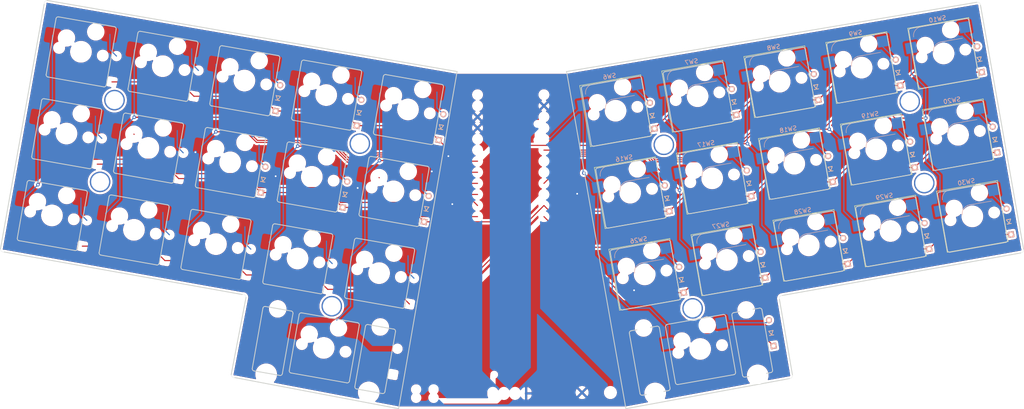
<source format=kicad_pcb>
(kicad_pcb (version 20171130) (host pcbnew "(5.1.9)-1")
  (layers (0 F.Cu signal) (31 B.Cu signal) (34 B.Paste user) (35 F.Paste user) (36 B.SilkS user) (37 F.SilkS user) (38 B.Mask user) (39 F.Mask user) (44 Edge.Cuts user))
  (net 0 "")
  (net 1 GND)
  (net 2 "Net-(D1-Pad2)")
  (net 3 ROW0)
  (net 4 "Net-(D2-Pad2)")
  (net 5 "Net-(D3-Pad2)")
  (net 6 "Net-(D4-Pad2)")
  (net 7 "Net-(D5-Pad2)")
  (net 8 "Net-(D6-Pad2)")
  (net 9 "Net-(D7-Pad2)")
  (net 10 "Net-(D8-Pad2)")
  (net 11 "Net-(D9-Pad2)")
  (net 12 "Net-(D10-Pad2)")
  (net 13 "Net-(D11-Pad2)")
  (net 14 ROW1)
  (net 15 "Net-(D12-Pad2)")
  (net 16 "Net-(D13-Pad2)")
  (net 17 "Net-(D14-Pad2)")
  (net 18 "Net-(D15-Pad2)")
  (net 19 "Net-(D16-Pad2)")
  (net 20 "Net-(D17-Pad2)")
  (net 21 "Net-(D18-Pad2)")
  (net 22 "Net-(D19-Pad2)")
  (net 23 "Net-(D20-Pad2)")
  (net 24 "Net-(D21-Pad2)")
  (net 25 ROW2)
  (net 26 "Net-(D22-Pad2)")
  (net 27 "Net-(D23-Pad2)")
  (net 28 "Net-(D24-Pad2)")
  (net 29 "Net-(D25-Pad2)")
  (net 30 "Net-(D26-Pad2)")
  (net 31 "Net-(D27-Pad2)")
  (net 32 "Net-(D28-Pad2)")
  (net 33 "Net-(D29-Pad2)")
  (net 34 "Net-(D30-Pad2)")
  (net 35 ROW3)
  (net 36 COL3)
  (net 37 COL4)
  (net 38 COL0)
  (net 39 COL1)
  (net 40 COL2)
  (net 41 "Net-(D32-Pad2)")
  (net 42 COL5)
  (net 43 COL6)
  (net 44 COL7)
  (net 45 COL8)
  (net 46 COL9)
  (module SofleKeyboard-footprint:HOLE_M2_TH (layer F.Cu) (at 179.7 68.4)
    (fp_text reference HOLE_3M hide)
    (fp_text value VAL** hide)
    (pad "" thru_hole circle (at 0 0 90) (size 4.7 4.7) (drill 4.1) (layers *.Cu *.Mask Dwgs.User) (clearance 0.3))
  )
  (module SofleKeyboard-footprint:HOLE_M2_TH (layer F.Cu) (at 236.075 58.475)
    (fp_text reference HOLE_3M hide)
    (fp_text value VAL** hide)
    (pad "" thru_hole circle (at 0 0 90) (size 4.7 4.7) (drill 4.1) (layers *.Cu *.Mask Dwgs.User) (clearance 0.3))
  )
  (module SofleKeyboard-footprint:HOLE_M2_TH (layer F.Cu) (at 239.4 77.175)
    (fp_text reference HOLE_3M hide)
    (fp_text value VAL** hide)
    (pad "" thru_hole circle (at 0 0 90) (size 4.7 4.7) (drill 4.1) (layers *.Cu *.Mask Dwgs.User) (clearance 0.3))
  )
  (module SofleKeyboard-footprint:HOLE_M2_TH (layer F.Cu) (at 186.3 105.9)
    (fp_text reference HOLE_3M hide)
    (fp_text value VAL** hide)
    (pad "" thru_hole circle (at 0 0 90) (size 4.7 4.7) (drill 4.1) (layers *.Cu *.Mask Dwgs.User) (clearance 0.3))
  )
  (module SofleKeyboard-footprint:HOLE_M2_TH (layer F.Cu) (at 110 68.125)
    (fp_text reference HOLE_3M hide)
    (fp_text value VAL** hide)
    (pad "" thru_hole circle (at 0 0 90) (size 4.7 4.7) (drill 4.1) (layers *.Cu *.Mask Dwgs.User) (clearance 0.3))
  )
  (module SofleKeyboard-footprint:HOLE_M2_TH (layer F.Cu) (at 53.75 58.15)
    (fp_text reference HOLE_3M hide)
    (fp_text value VAL** hide)
    (pad "" thru_hole circle (at 0 0 90) (size 4.7 4.7) (drill 4.1) (layers *.Cu *.Mask Dwgs.User) (clearance 0.3))
  )
  (module SofleKeyboard-footprint:HOLE_M2_TH (layer F.Cu) (at 50.45 76.9)
    (fp_text reference HOLE_3M hide)
    (fp_text value VAL** hide)
    (pad "" thru_hole circle (at 0 0 90) (size 4.7 4.7) (drill 4.1) (layers *.Cu *.Mask Dwgs.User) (clearance 0.3))
  )
  (module SofleKeyboard-footprint:HOLE_M2_TH (layer F.Cu) (at 103.575 105.4)
    (fp_text reference HOLE_3M hide)
    (fp_text value VAL** hide)
    (pad "" thru_hole circle (at 0 0 90) (size 4.7 4.7) (drill 4.1) (layers *.Cu *.Mask Dwgs.User) (clearance 0.3))
  )
  (module MX_Only2:MXOnly-2U-Hotswap (layer F.Cu) (at 188.03 115.208 10)
    (fp_text reference SW32)
    (fp_text value SW_PUSH)
    (pad "" np_thru_hole circle (at -11.938 8.255 10) (size 3.9878 3.9878) (drill 3.9878) (layers *.Cu *.Mask))
    (pad "" np_thru_hole circle (at 11.938 8.255 10) (size 3.9878 3.9878) (drill 3.9878) (layers *.Cu *.Mask))
    (pad "" np_thru_hole circle (at -11.938 -6.985 10) (size 3.048 3.048) (drill 3.048) (layers *.Cu *.Mask))
    (pad "" np_thru_hole circle (at 11.938 -6.985 10) (size 3.048 3.048) (drill 3.048) (layers *.Cu *.Mask))
    (pad 2 smd rect (at 5.842 -5.08 10) (size 2.55 2.5) (layers B.Cu B.Paste B.Mask) (net 41 "Net-(D32-Pad2)"))
    (pad 1 smd rect (at -7.085 -2.54 10) (size 2.55 2.5) (layers B.Cu B.Paste B.Mask) (net 42 COL5))
    (pad "" np_thru_hole circle (at 5.08 0 58.0996) (size 1.75 1.75) (drill 1.75) (layers *.Cu *.Mask))
    (pad "" np_thru_hole circle (at -5.08 0 58.0996) (size 1.75 1.75) (drill 1.75) (layers *.Cu *.Mask))
    (pad "" np_thru_hole circle (at -3.81 -2.54 10) (size 3 3) (drill 3) (layers *.Cu *.Mask))
    (pad "" np_thru_hole circle (at 0 0 10) (size 3.9878 3.9878) (drill 3.9878) (layers *.Cu *.Mask))
    (pad "" np_thru_hole circle (at 2.54 -5.08 10) (size 3 3) (drill 3) (layers *.Cu *.Mask))
  )
  (module Switch_Keyboard_Kailh:SW_Hotswap_Kailh_1.00u (layer F.Cu) (at 250.43 84.808 10)
    (fp_text reference SW30 (at 0 -8 10) (layer B.SilkS) (effects (justify mirror)))
    (fp_text value SW_PUSH)
    (pad 2 smd rect (at 5.842 -5.08 10) (size 2.55 2.5) (layers B.Cu B.Paste B.Mask) (net 34 "Net-(D30-Pad2)"))
    (pad 1 smd rect (at -7.085 -2.54 10) (size 2.55 2.5) (layers B.Cu B.Paste B.Mask) (net 46 COL9))
    (pad "" np_thru_hole circle (at 5.08 0 10) (size 1.75 1.75) (drill 1.75) (layers *.Cu *.Mask))
    (pad "" np_thru_hole circle (at -5.08 0 10) (size 1.75 1.75) (drill 1.75) (layers *.Cu *.Mask))
    (pad "" np_thru_hole circle (at 0 0 10) (size 4 4) (drill 4) (layers *.Cu *.Mask))
    (pad "" np_thru_hole circle (at 2.54 -5.08 10) (size 3 3) (drill 3) (layers *.Cu *.Mask))
    (pad "" np_thru_hole circle (at -3.81 -2.54 10) (size 3 3) (drill 3) (layers *.Cu *.Mask))
  )
  (module Switch_Keyboard_Kailh:SW_Hotswap_Kailh_1.00u (layer F.Cu) (at 231.655 88.158 10)
    (fp_text reference SW29 (at 0 -8 10) (layer B.SilkS) (effects (justify mirror)))
    (fp_text value SW_PUSH)
    (pad 2 smd rect (at 5.842 -5.08 10) (size 2.55 2.5) (layers B.Cu B.Paste B.Mask) (net 33 "Net-(D29-Pad2)"))
    (pad 1 smd rect (at -7.085 -2.54 10) (size 2.55 2.5) (layers B.Cu B.Paste B.Mask) (net 45 COL8))
    (pad "" np_thru_hole circle (at 5.08 0 10) (size 1.75 1.75) (drill 1.75) (layers *.Cu *.Mask))
    (pad "" np_thru_hole circle (at -5.08 0 10) (size 1.75 1.75) (drill 1.75) (layers *.Cu *.Mask))
    (pad "" np_thru_hole circle (at 0 0 10) (size 4 4) (drill 4) (layers *.Cu *.Mask))
    (pad "" np_thru_hole circle (at 2.54 -5.08 10) (size 3 3) (drill 3) (layers *.Cu *.Mask))
    (pad "" np_thru_hole circle (at -3.81 -2.54 10) (size 3 3) (drill 3) (layers *.Cu *.Mask))
  )
  (module Switch_Keyboard_Kailh:SW_Hotswap_Kailh_1.00u (layer F.Cu) (at 212.93 91.458 10)
    (fp_text reference SW28 (at 0 -8 10) (layer B.SilkS) (effects (justify mirror)))
    (fp_text value SW_PUSH)
    (pad 2 smd rect (at 5.842 -5.08 10) (size 2.55 2.5) (layers B.Cu B.Paste B.Mask) (net 32 "Net-(D28-Pad2)"))
    (pad 1 smd rect (at -7.085 -2.54 10) (size 2.55 2.5) (layers B.Cu B.Paste B.Mask) (net 44 COL7))
    (pad "" np_thru_hole circle (at 5.08 0 10) (size 1.75 1.75) (drill 1.75) (layers *.Cu *.Mask))
    (pad "" np_thru_hole circle (at -5.08 0 10) (size 1.75 1.75) (drill 1.75) (layers *.Cu *.Mask))
    (pad "" np_thru_hole circle (at 0 0 10) (size 4 4) (drill 4) (layers *.Cu *.Mask))
    (pad "" np_thru_hole circle (at 2.54 -5.08 10) (size 3 3) (drill 3) (layers *.Cu *.Mask))
    (pad "" np_thru_hole circle (at -3.81 -2.54 10) (size 3 3) (drill 3) (layers *.Cu *.Mask))
  )
  (module Switch_Keyboard_Kailh:SW_Hotswap_Kailh_1.00u (layer F.Cu) (at 194.155 94.783 10)
    (fp_text reference SW27 (at 0 -8 10) (layer B.SilkS) (effects (justify mirror)))
    (fp_text value SW_PUSH)
    (pad 2 smd rect (at 5.842 -5.08 10) (size 2.55 2.5) (layers B.Cu B.Paste B.Mask) (net 31 "Net-(D27-Pad2)"))
    (pad 1 smd rect (at -7.085 -2.54 10) (size 2.55 2.5) (layers B.Cu B.Paste B.Mask) (net 43 COL6))
    (pad "" np_thru_hole circle (at 5.08 0 10) (size 1.75 1.75) (drill 1.75) (layers *.Cu *.Mask))
    (pad "" np_thru_hole circle (at -5.08 0 10) (size 1.75 1.75) (drill 1.75) (layers *.Cu *.Mask))
    (pad "" np_thru_hole circle (at 0 0 10) (size 4 4) (drill 4) (layers *.Cu *.Mask))
    (pad "" np_thru_hole circle (at 2.54 -5.08 10) (size 3 3) (drill 3) (layers *.Cu *.Mask))
    (pad "" np_thru_hole circle (at -3.81 -2.54 10) (size 3 3) (drill 3) (layers *.Cu *.Mask))
  )
  (module Switch_Keyboard_Kailh:SW_Hotswap_Kailh_1.00u (layer F.Cu) (at 175.305 98.108 10)
    (fp_text reference SW26 (at 0 -8 10) (layer B.SilkS) (effects (justify mirror)))
    (fp_text value SW_PUSH)
    (pad 2 smd rect (at 5.842 -5.08 10) (size 2.55 2.5) (layers B.Cu B.Paste B.Mask) (net 30 "Net-(D26-Pad2)"))
    (pad 1 smd rect (at -7.085 -2.54 10) (size 2.55 2.5) (layers B.Cu B.Paste B.Mask) (net 42 COL5))
    (pad "" np_thru_hole circle (at 5.08 0 10) (size 1.75 1.75) (drill 1.75) (layers *.Cu *.Mask))
    (pad "" np_thru_hole circle (at -5.08 0 10) (size 1.75 1.75) (drill 1.75) (layers *.Cu *.Mask))
    (pad "" np_thru_hole circle (at 0 0 10) (size 4 4) (drill 4) (layers *.Cu *.Mask))
    (pad "" np_thru_hole circle (at 2.54 -5.08 10) (size 3 3) (drill 3) (layers *.Cu *.Mask))
    (pad "" np_thru_hole circle (at -3.81 -2.54 10) (size 3 3) (drill 3) (layers *.Cu *.Mask))
  )
  (module Switch_Keyboard_Kailh:SW_Hotswap_Kailh_1.00u (layer F.Cu) (at 247.155 66.108 10)
    (fp_text reference SW20 (at 0 -8 10) (layer B.SilkS) (effects (justify mirror)))
    (fp_text value SW_PUSH)
    (pad 2 smd rect (at 5.842 -5.08 10) (size 2.55 2.5) (layers B.Cu B.Paste B.Mask) (net 23 "Net-(D20-Pad2)"))
    (pad 1 smd rect (at -7.085 -2.54 10) (size 2.55 2.5) (layers B.Cu B.Paste B.Mask) (net 46 COL9))
    (pad "" np_thru_hole circle (at 5.08 0 10) (size 1.75 1.75) (drill 1.75) (layers *.Cu *.Mask))
    (pad "" np_thru_hole circle (at -5.08 0 10) (size 1.75 1.75) (drill 1.75) (layers *.Cu *.Mask))
    (pad "" np_thru_hole circle (at 0 0 10) (size 4 4) (drill 4) (layers *.Cu *.Mask))
    (pad "" np_thru_hole circle (at 2.54 -5.08 10) (size 3 3) (drill 3) (layers *.Cu *.Mask))
    (pad "" np_thru_hole circle (at -3.81 -2.54 10) (size 3 3) (drill 3) (layers *.Cu *.Mask))
  )
  (module Switch_Keyboard_Kailh:SW_Hotswap_Kailh_1.00u (layer F.Cu) (at 228.38 69.433 10)
    (fp_text reference SW19 (at 0 -8 10) (layer B.SilkS) (effects (justify mirror)))
    (fp_text value SW_PUSH)
    (pad 2 smd rect (at 5.842 -5.08 10) (size 2.55 2.5) (layers B.Cu B.Paste B.Mask) (net 22 "Net-(D19-Pad2)"))
    (pad 1 smd rect (at -7.085 -2.54 10) (size 2.55 2.5) (layers B.Cu B.Paste B.Mask) (net 45 COL8))
    (pad "" np_thru_hole circle (at 5.08 0 10) (size 1.75 1.75) (drill 1.75) (layers *.Cu *.Mask))
    (pad "" np_thru_hole circle (at -5.08 0 10) (size 1.75 1.75) (drill 1.75) (layers *.Cu *.Mask))
    (pad "" np_thru_hole circle (at 0 0 10) (size 4 4) (drill 4) (layers *.Cu *.Mask))
    (pad "" np_thru_hole circle (at 2.54 -5.08 10) (size 3 3) (drill 3) (layers *.Cu *.Mask))
    (pad "" np_thru_hole circle (at -3.81 -2.54 10) (size 3 3) (drill 3) (layers *.Cu *.Mask))
  )
  (module Switch_Keyboard_Kailh:SW_Hotswap_Kailh_1.00u (layer F.Cu) (at 209.605 72.733 10)
    (fp_text reference SW18 (at 0 -8 10) (layer B.SilkS) (effects (justify mirror)))
    (fp_text value SW_PUSH)
    (pad 2 smd rect (at 5.842 -5.08 10) (size 2.55 2.5) (layers B.Cu B.Paste B.Mask) (net 21 "Net-(D18-Pad2)"))
    (pad 1 smd rect (at -7.085 -2.54 10) (size 2.55 2.5) (layers B.Cu B.Paste B.Mask) (net 44 COL7))
    (pad "" np_thru_hole circle (at 5.08 0 10) (size 1.75 1.75) (drill 1.75) (layers *.Cu *.Mask))
    (pad "" np_thru_hole circle (at -5.08 0 10) (size 1.75 1.75) (drill 1.75) (layers *.Cu *.Mask))
    (pad "" np_thru_hole circle (at 0 0 10) (size 4 4) (drill 4) (layers *.Cu *.Mask))
    (pad "" np_thru_hole circle (at 2.54 -5.08 10) (size 3 3) (drill 3) (layers *.Cu *.Mask))
    (pad "" np_thru_hole circle (at -3.81 -2.54 10) (size 3 3) (drill 3) (layers *.Cu *.Mask))
  )
  (module Switch_Keyboard_Kailh:SW_Hotswap_Kailh_1.00u (layer F.Cu) (at 190.78 76.083 10)
    (fp_text reference SW17 (at 0 -8 10) (layer B.SilkS) (effects (justify mirror)))
    (fp_text value SW_PUSH)
    (pad 2 smd rect (at 5.842 -5.08 10) (size 2.55 2.5) (layers B.Cu B.Paste B.Mask) (net 20 "Net-(D17-Pad2)"))
    (pad 1 smd rect (at -7.085 -2.54 10) (size 2.55 2.5) (layers B.Cu B.Paste B.Mask) (net 43 COL6))
    (pad "" np_thru_hole circle (at 5.08 0 10) (size 1.75 1.75) (drill 1.75) (layers *.Cu *.Mask))
    (pad "" np_thru_hole circle (at -5.08 0 10) (size 1.75 1.75) (drill 1.75) (layers *.Cu *.Mask))
    (pad "" np_thru_hole circle (at 0 0 10) (size 4 4) (drill 4) (layers *.Cu *.Mask))
    (pad "" np_thru_hole circle (at 2.54 -5.08 10) (size 3 3) (drill 3) (layers *.Cu *.Mask))
    (pad "" np_thru_hole circle (at -3.81 -2.54 10) (size 3 3) (drill 3) (layers *.Cu *.Mask))
  )
  (module Switch_Keyboard_Kailh:SW_Hotswap_Kailh_1.00u (layer F.Cu) (at 171.983886 79.375276 10)
    (fp_text reference SW16 (at 0 -8 10) (layer B.SilkS) (effects (justify mirror)))
    (fp_text value SW_PUSH)
    (pad 2 smd rect (at 5.842 -5.08 10) (size 2.55 2.5) (layers B.Cu B.Paste B.Mask) (net 19 "Net-(D16-Pad2)"))
    (pad 1 smd rect (at -7.085 -2.54 10) (size 2.55 2.5) (layers B.Cu B.Paste B.Mask) (net 42 COL5))
    (pad "" np_thru_hole circle (at 5.08 0 10) (size 1.75 1.75) (drill 1.75) (layers *.Cu *.Mask))
    (pad "" np_thru_hole circle (at -5.08 0 10) (size 1.75 1.75) (drill 1.75) (layers *.Cu *.Mask))
    (pad "" np_thru_hole circle (at 0 0 10) (size 4 4) (drill 4) (layers *.Cu *.Mask))
    (pad "" np_thru_hole circle (at 2.54 -5.08 10) (size 3 3) (drill 3) (layers *.Cu *.Mask))
    (pad "" np_thru_hole circle (at -3.81 -2.54 10) (size 3 3) (drill 3) (layers *.Cu *.Mask))
  )
  (module Switch_Keyboard_Kailh:SW_Hotswap_Kailh_1.00u (layer F.Cu) (at 243.83 47.455 10)
    (fp_text reference SW10 (at 0 -8 10) (layer B.SilkS) (effects (justify mirror)))
    (fp_text value SW_PUSH)
    (pad 2 smd rect (at 5.842 -5.08 10) (size 2.55 2.5) (layers B.Cu B.Paste B.Mask) (net 12 "Net-(D10-Pad2)"))
    (pad 1 smd rect (at -7.085 -2.54 10) (size 2.55 2.5) (layers B.Cu B.Paste B.Mask) (net 46 COL9))
    (pad "" np_thru_hole circle (at 5.08 0 10) (size 1.75 1.75) (drill 1.75) (layers *.Cu *.Mask))
    (pad "" np_thru_hole circle (at -5.08 0 10) (size 1.75 1.75) (drill 1.75) (layers *.Cu *.Mask))
    (pad "" np_thru_hole circle (at 0 0 10) (size 4 4) (drill 4) (layers *.Cu *.Mask))
    (pad "" np_thru_hole circle (at 2.54 -5.08 10) (size 3 3) (drill 3) (layers *.Cu *.Mask))
    (pad "" np_thru_hole circle (at -3.81 -2.54 10) (size 3 3) (drill 3) (layers *.Cu *.Mask))
  )
  (module Switch_Keyboard_Kailh:SW_Hotswap_Kailh_1.00u (layer F.Cu) (at 225.044 50.705 10)
    (fp_text reference SW9 (at 0 -8 10) (layer B.SilkS) (effects (justify mirror)))
    (fp_text value SW_PUSH)
    (pad 2 smd rect (at 5.842 -5.08 10) (size 2.55 2.5) (layers B.Cu B.Paste B.Mask) (net 11 "Net-(D9-Pad2)"))
    (pad 1 smd rect (at -7.085 -2.54 10) (size 2.55 2.5) (layers B.Cu B.Paste B.Mask) (net 45 COL8))
    (pad "" np_thru_hole circle (at 5.08 0 10) (size 1.75 1.75) (drill 1.75) (layers *.Cu *.Mask))
    (pad "" np_thru_hole circle (at -5.08 0 10) (size 1.75 1.75) (drill 1.75) (layers *.Cu *.Mask))
    (pad "" np_thru_hole circle (at 0 0 10) (size 4 4) (drill 4) (layers *.Cu *.Mask))
    (pad "" np_thru_hole circle (at 2.54 -5.08 10) (size 3 3) (drill 3) (layers *.Cu *.Mask))
    (pad "" np_thru_hole circle (at -3.81 -2.54 10) (size 3 3) (drill 3) (layers *.Cu *.Mask))
  )
  (module Switch_Keyboard_Kailh:SW_Hotswap_Kailh_1.00u (layer F.Cu) (at 206.255 53.933 10)
    (fp_text reference SW8 (at 0 -8 10) (layer B.SilkS) (effects (justify mirror)))
    (fp_text value SW_PUSH)
    (pad 2 smd rect (at 5.842 -5.08 10) (size 2.55 2.5) (layers B.Cu B.Paste B.Mask) (net 10 "Net-(D8-Pad2)"))
    (pad 1 smd rect (at -7.085 -2.54 10) (size 2.55 2.5) (layers B.Cu B.Paste B.Mask) (net 44 COL7))
    (pad "" np_thru_hole circle (at 5.08 0 10) (size 1.75 1.75) (drill 1.75) (layers *.Cu *.Mask))
    (pad "" np_thru_hole circle (at -5.08 0 10) (size 1.75 1.75) (drill 1.75) (layers *.Cu *.Mask))
    (pad "" np_thru_hole circle (at 0 0 10) (size 4 4) (drill 4) (layers *.Cu *.Mask))
    (pad "" np_thru_hole circle (at 2.54 -5.08 10) (size 3 3) (drill 3) (layers *.Cu *.Mask))
    (pad "" np_thru_hole circle (at -3.81 -2.54 10) (size 3 3) (drill 3) (layers *.Cu *.Mask))
  )
  (module Switch_Keyboard_Kailh:SW_Hotswap_Kailh_1.00u (layer F.Cu) (at 187.43 57.258 10)
    (fp_text reference SW7 (at 0 -8 10) (layer B.SilkS) (effects (justify mirror)))
    (fp_text value SW_PUSH)
    (pad 2 smd rect (at 5.842 -5.08 10) (size 2.55 2.5) (layers B.Cu B.Paste B.Mask) (net 9 "Net-(D7-Pad2)"))
    (pad 1 smd rect (at -7.085 -2.54 10) (size 2.55 2.5) (layers B.Cu B.Paste B.Mask) (net 43 COL6))
    (pad "" np_thru_hole circle (at 5.08 0 10) (size 1.75 1.75) (drill 1.75) (layers *.Cu *.Mask))
    (pad "" np_thru_hole circle (at -5.08 0 10) (size 1.75 1.75) (drill 1.75) (layers *.Cu *.Mask))
    (pad "" np_thru_hole circle (at 0 0 10) (size 4 4) (drill 4) (layers *.Cu *.Mask))
    (pad "" np_thru_hole circle (at 2.54 -5.08 10) (size 3 3) (drill 3) (layers *.Cu *.Mask))
    (pad "" np_thru_hole circle (at -3.81 -2.54 10) (size 3 3) (drill 3) (layers *.Cu *.Mask))
  )
  (module Switch_Keyboard_Kailh:SW_Hotswap_Kailh_1.00u (layer F.Cu) (at 168.63 60.583 10)
    (fp_text reference SW6 (at 0 -8 10) (layer B.SilkS) (effects (justify mirror)))
    (fp_text value SW_PUSH)
    (pad 2 smd rect (at 5.842 -5.08 10) (size 2.55 2.5) (layers B.Cu B.Paste B.Mask) (net 8 "Net-(D6-Pad2)"))
    (pad 1 smd rect (at -7.085 -2.54 10) (size 2.55 2.5) (layers B.Cu B.Paste B.Mask) (net 42 COL5))
    (pad "" np_thru_hole circle (at 5.08 0 10) (size 1.75 1.75) (drill 1.75) (layers *.Cu *.Mask))
    (pad "" np_thru_hole circle (at -5.08 0 10) (size 1.75 1.75) (drill 1.75) (layers *.Cu *.Mask))
    (pad "" np_thru_hole circle (at 0 0 10) (size 4 4) (drill 4) (layers *.Cu *.Mask))
    (pad "" np_thru_hole circle (at 2.54 -5.08 10) (size 3 3) (drill 3) (layers *.Cu *.Mask))
    (pad "" np_thru_hole circle (at -3.81 -2.54 10) (size 3 3) (drill 3) (layers *.Cu *.Mask))
  )
  (module kbd:D3_TH (layer B.Cu) (at 204.320945 111.554423 100)
    (fp_text reference D32 hide)
    (fp_text value SOD_123 hide)
    (pad 2 thru_hole circle (at 3 0 100) (size 1.397 1.397) (drill 0.8128) (layers *.Cu B.SilkS F.Mask) (net 41 "Net-(D32-Pad2)"))
    (pad 1 thru_hole rect (at -3 0 100) (size 1.397 1.397) (drill 0.8128) (layers *.Cu B.SilkS F.Mask) (net 35 ROW3))
  )
  (module kbd:D3_TH (layer B.Cu) (at 258.793481 86.005067 100)
    (fp_text reference D30 hide)
    (fp_text value SOD_123 hide)
    (pad 2 thru_hole circle (at 3 0 100) (size 1.397 1.397) (drill 0.8128) (layers *.Cu B.SilkS F.Mask) (net 34 "Net-(D30-Pad2)"))
    (pad 1 thru_hole rect (at -3 0 100) (size 1.397 1.397) (drill 0.8128) (layers *.Cu B.SilkS F.Mask) (net 25 ROW2))
  )
  (module kbd:D3_TH (layer B.Cu) (at 239.997481 89.307067 100)
    (fp_text reference D29 hide)
    (fp_text value SOD_123 hide)
    (pad 2 thru_hole circle (at 3 0 100) (size 1.397 1.397) (drill 0.8128) (layers *.Cu B.SilkS F.Mask) (net 33 "Net-(D29-Pad2)"))
    (pad 1 thru_hole rect (at -3 0 100) (size 1.397 1.397) (drill 0.8128) (layers *.Cu B.SilkS F.Mask) (net 25 ROW2))
  )
  (module kbd:D3_TH (layer B.Cu) (at 221.328481 92.736067 100)
    (fp_text reference D28 hide)
    (fp_text value SOD_123 hide)
    (pad 2 thru_hole circle (at 3 0 100) (size 1.397 1.397) (drill 0.8128) (layers *.Cu B.SilkS F.Mask) (net 32 "Net-(D28-Pad2)"))
    (pad 1 thru_hole rect (at -3 0 100) (size 1.397 1.397) (drill 0.8128) (layers *.Cu B.SilkS F.Mask) (net 25 ROW2))
  )
  (module kbd:D3_TH (layer B.Cu) (at 202.405481 95.911067 100)
    (fp_text reference D27 hide)
    (fp_text value SOD_123 hide)
    (pad 2 thru_hole circle (at 3 0 100) (size 1.397 1.397) (drill 0.8128) (layers *.Cu B.SilkS F.Mask) (net 31 "Net-(D27-Pad2)"))
    (pad 1 thru_hole rect (at -3 0 100) (size 1.397 1.397) (drill 0.8128) (layers *.Cu B.SilkS F.Mask) (net 25 ROW2))
  )
  (module kbd:D3_TH (layer B.Cu) (at 183.736481 99.340067 100)
    (fp_text reference D26 hide)
    (fp_text value SOD_123 hide)
    (pad 2 thru_hole circle (at 3 0 100) (size 1.397 1.397) (drill 0.8128) (layers *.Cu B.SilkS F.Mask) (net 30 "Net-(D26-Pad2)"))
    (pad 1 thru_hole rect (at -3 0 100) (size 1.397 1.397) (drill 0.8128) (layers *.Cu B.SilkS F.Mask) (net 25 ROW2))
  )
  (module kbd:D3_TH (layer B.Cu) (at 255.618481 67.209067 100)
    (fp_text reference D20 hide)
    (fp_text value SOD_123 hide)
    (pad 2 thru_hole circle (at 3 0 100) (size 1.397 1.397) (drill 0.8128) (layers *.Cu B.SilkS F.Mask) (net 23 "Net-(D20-Pad2)"))
    (pad 1 thru_hole rect (at -3 0 100) (size 1.397 1.397) (drill 0.8128) (layers *.Cu B.SilkS F.Mask) (net 14 ROW1))
  )
  (module kbd:D3_TH (layer B.Cu) (at 236.695481 70.638067 100)
    (fp_text reference D19 hide)
    (fp_text value SOD_123 hide)
    (pad 2 thru_hole circle (at 3 0 100) (size 1.397 1.397) (drill 0.8128) (layers *.Cu B.SilkS F.Mask) (net 22 "Net-(D19-Pad2)"))
    (pad 1 thru_hole rect (at -3 0 100) (size 1.397 1.397) (drill 0.8128) (layers *.Cu B.SilkS F.Mask) (net 14 ROW1))
  )
  (module kbd:D3_TH (layer B.Cu) (at 217.899481 73.940067 100)
    (fp_text reference D18 hide)
    (fp_text value SOD_123 hide)
    (pad 2 thru_hole circle (at 3 0 100) (size 1.397 1.397) (drill 0.8128) (layers *.Cu B.SilkS F.Mask) (net 21 "Net-(D18-Pad2)"))
    (pad 1 thru_hole rect (at -3 0 100) (size 1.397 1.397) (drill 0.8128) (layers *.Cu B.SilkS F.Mask) (net 14 ROW1))
  )
  (module kbd:D3_TH (layer B.Cu) (at 199.230481 77.242067 100)
    (fp_text reference D17 hide)
    (fp_text value SOD_123 hide)
    (pad 2 thru_hole circle (at 3 0 100) (size 1.397 1.397) (drill 0.8128) (layers *.Cu B.SilkS F.Mask) (net 20 "Net-(D17-Pad2)"))
    (pad 1 thru_hole rect (at -3 0 100) (size 1.397 1.397) (drill 0.8128) (layers *.Cu B.SilkS F.Mask) (net 14 ROW1))
  )
  (module kbd:D3_TH (layer B.Cu) (at 180.434481 80.671067 100)
    (fp_text reference D16 hide)
    (fp_text value SOD_123 hide)
    (pad 2 thru_hole circle (at 3 0 100) (size 1.397 1.397) (drill 0.8128) (layers *.Cu B.SilkS F.Mask) (net 19 "Net-(D16-Pad2)"))
    (pad 1 thru_hole rect (at -3 0 100) (size 1.397 1.397) (drill 0.8128) (layers *.Cu B.SilkS F.Mask) (net 14 ROW1))
  )
  (module kbd:D3_TH (layer B.Cu) (at 125.252981 83.095433 80)
    (fp_text reference D15 hide)
    (fp_text value SOD_123 hide)
    (pad 2 thru_hole circle (at 3 0 80) (size 1.397 1.397) (drill 0.8128) (layers *.Cu B.SilkS F.Mask) (net 18 "Net-(D15-Pad2)"))
    (pad 1 thru_hole rect (at -3 0 80) (size 1.397 1.397) (drill 0.8128) (layers *.Cu B.SilkS F.Mask) (net 14 ROW1))
  )
  (module kbd:D3_TH (layer B.Cu) (at 106.583981 79.793433 80)
    (fp_text reference D14 hide)
    (fp_text value SOD_123 hide)
    (pad 2 thru_hole circle (at 3 0 80) (size 1.397 1.397) (drill 0.8128) (layers *.Cu B.SilkS F.Mask) (net 17 "Net-(D14-Pad2)"))
    (pad 1 thru_hole rect (at -3 0 80) (size 1.397 1.397) (drill 0.8128) (layers *.Cu B.SilkS F.Mask) (net 14 ROW1))
  )
  (module kbd:D3_TH (layer B.Cu) (at 87.8205 76.3905 80)
    (fp_text reference D13 hide)
    (fp_text value SOD_123 hide)
    (pad 2 thru_hole circle (at 3 0 80) (size 1.397 1.397) (drill 0.8128) (layers *.Cu B.SilkS F.Mask) (net 16 "Net-(D13-Pad2)"))
    (pad 1 thru_hole rect (at -3 0 80) (size 1.397 1.397) (drill 0.8128) (layers *.Cu B.SilkS F.Mask) (net 14 ROW1))
  )
  (module kbd:D3_TH (layer B.Cu) (at 252.062481 48.794067 100)
    (fp_text reference D10 hide)
    (fp_text value SOD_123 hide)
    (pad 2 thru_hole circle (at 3 0 100) (size 1.397 1.397) (drill 0.8128) (layers *.Cu B.SilkS F.Mask) (net 12 "Net-(D10-Pad2)"))
    (pad 1 thru_hole rect (at -3 0 100) (size 1.397 1.397) (drill 0.8128) (layers *.Cu B.SilkS F.Mask) (net 3 ROW0))
  )
  (module kbd:D3_TH (layer B.Cu) (at 233.393481 51.842067 100)
    (fp_text reference D9 hide)
    (fp_text value SOD_123 hide)
    (pad 2 thru_hole circle (at 3 0 100) (size 1.397 1.397) (drill 0.8128) (layers *.Cu B.SilkS F.Mask) (net 11 "Net-(D9-Pad2)"))
    (pad 1 thru_hole rect (at -3 0 100) (size 1.397 1.397) (drill 0.8128) (layers *.Cu B.SilkS F.Mask) (net 3 ROW0))
  )
  (module kbd:D3_TH (layer B.Cu) (at 214.597481 55.144067 100)
    (fp_text reference D8 hide)
    (fp_text value SOD_123 hide)
    (pad 2 thru_hole circle (at 3 0 100) (size 1.397 1.397) (drill 0.8128) (layers *.Cu B.SilkS F.Mask) (net 10 "Net-(D8-Pad2)"))
    (pad 1 thru_hole rect (at -3 0 100) (size 1.397 1.397) (drill 0.8128) (layers *.Cu B.SilkS F.Mask) (net 3 ROW0))
  )
  (module kbd:D3_TH (layer B.Cu) (at 195.801481 58.573067 100)
    (fp_text reference D7 hide)
    (fp_text value SOD_123 hide)
    (pad 2 thru_hole circle (at 3 0 100) (size 1.397 1.397) (drill 0.8128) (layers *.Cu B.SilkS F.Mask) (net 9 "Net-(D7-Pad2)"))
    (pad 1 thru_hole rect (at -3 0 100) (size 1.397 1.397) (drill 0.8128) (layers *.Cu B.SilkS F.Mask) (net 3 ROW0))
  )
  (module kbd:D3_TH (layer B.Cu) (at 177.038 61.722 100)
    (fp_text reference D6 hide)
    (fp_text value SOD_123 hide)
    (pad 2 thru_hole circle (at 3 0 100) (size 1.397 1.397) (drill 0.8128) (layers *.Cu B.SilkS F.Mask) (net 8 "Net-(D6-Pad2)"))
    (pad 1 thru_hole rect (at -3 0 100) (size 1.397 1.397) (drill 0.8128) (layers *.Cu B.SilkS F.Mask) (net 3 ROW0))
  )
  (module kbd:D3_TH (layer B.Cu) (at 128.620019 64.351567 80)
    (fp_text reference D5 hide)
    (fp_text value SOD_123 hide)
    (pad 2 thru_hole circle (at 3 0 80) (size 1.397 1.397) (drill 0.8128) (layers *.Cu B.SilkS F.Mask) (net 7 "Net-(D5-Pad2)"))
    (pad 1 thru_hole rect (at -3 0 80) (size 1.397 1.397) (drill 0.8128) (layers *.Cu B.SilkS F.Mask) (net 3 ROW0))
  )
  (module kbd:D3_TH (layer B.Cu) (at 109.824019 61.049567 80)
    (fp_text reference D4 hide)
    (fp_text value SOD_123 hide)
    (pad 2 thru_hole circle (at 3 0 80) (size 1.397 1.397) (drill 0.8128) (layers *.Cu B.SilkS F.Mask) (net 6 "Net-(D4-Pad2)"))
    (pad 1 thru_hole rect (at -3 0 80) (size 1.397 1.397) (drill 0.8128) (layers *.Cu B.SilkS F.Mask) (net 3 ROW0))
  )
  (module kbd:D3_TH (layer B.Cu) (at 91.216981 57.695433 80)
    (fp_text reference D3 hide)
    (fp_text value SOD_123 hide)
    (pad 2 thru_hole circle (at 3 0 80) (size 1.397 1.397) (drill 0.8128) (layers *.Cu B.SilkS F.Mask) (net 5 "Net-(D3-Pad2)"))
    (pad 1 thru_hole rect (at -3 0 80) (size 1.397 1.397) (drill 0.8128) (layers *.Cu B.SilkS F.Mask) (net 3 ROW0))
  )
  (gr_arc (start 195.800376 107.379648) (end 195.713552 106.887244) (angle -90) (layer Edge.Cuts) (width 0.2))
  (gr_line (start 182.361937 122.949754) (end 180.104511 110.147253) (layer Edge.Cuts) (width 0.2))
  (gr_line (start 169.673646 105.843166) (end 167.41622 93.040666) (layer Edge.Cuts) (width 0.2))
  (gr_arc (start 226.447812 95.832348) (end 225.955408 95.919172) (angle -90) (layer Edge.Cuts) (width 0.2))
  (gr_arc (start 218.2323 84.080419) (end 218.724704 83.993595) (angle -90) (layer Edge.Cuts) (width 0.2))
  (gr_line (start 183.055375 103.99132) (end 170.252874 106.248746) (layer Edge.Cuts) (width 0.2))
  (gr_line (start 172.200282 111.033268) (end 178.109129 109.991379) (layer Edge.Cuts) (width 0.2))
  (gr_line (start 206.2 103.8) (end 209.1791 121.130225) (layer Edge.Cuts) (width 0.2))
  (gr_line (start 252.3 36.4) (end 262.1791 92.330225) (layer Edge.Cuts) (width 0.2))
  (gr_line (start 199.964115 87.301593) (end 202.221541 100.104094) (layer Edge.Cuts) (width 0.2))
  (gr_arc (start 178.195953 110.483783) (end 178.688357 110.396959) (angle -90) (layer Edge.Cuts) (width 0.2))
  (gr_arc (start 172.287107 111.525672) (end 172.200283 111.033268) (angle -90) (layer Edge.Cuts) (width 0.2))
  (gr_arc (start 182.854341 122.86293) (end 182.361937 122.949754) (angle -90) (layer Edge.Cuts) (width 0.2))
  (gr_line (start 167.8218 92.461438) (end 180.624301 90.204011) (layer Edge.Cuts) (width 0.2))
  (gr_arc (start 201.729138 100.190918) (end 201.815962 100.683322) (angle -90) (layer Edge.Cuts) (width 0.2))
  (gr_line (start 237.48529 80.685596) (end 239.742717 93.488097) (layer Edge.Cuts) (width 0.2))
  (gr_line (start 201.815962 100.683322) (end 189.013461 102.940748) (layer Edge.Cuts) (width 0.2))
  (gr_line (start 225.955408 95.919172) (end 223.697982 83.116671) (layer Edge.Cuts) (width 0.2))
  (gr_arc (start 174.718181 125.312981) (end 174.225777 125.399805) (angle -90) (layer Edge.Cuts) (width 0.2))
  (gr_arc (start 180.627028 124.271092) (end 180.713852 124.763496) (angle -90) (layer Edge.Cuts) (width 0.2))
  (gr_line (start 202.201627 106.250935) (end 204.632701 120.038244) (layer Edge.Cuts) (width 0.2))
  (gr_line (start 188.434233 102.535168) (end 186.176807 89.732667) (layer Edge.Cuts) (width 0.2))
  (gr_line (start 195.743666 121.097907) (end 182.941165 123.355334) (layer Edge.Cuts) (width 0.2))
  (gr_arc (start 193.399415 107.803003) (end 193.891819 107.716179) (angle -90) (layer Edge.Cuts) (width 0.2))
  (gr_line (start 197.739047 121.253781) (end 195.307973 107.466473) (layer Edge.Cuts) (width 0.2))
  (gr_line (start 195.713552 106.887245) (end 201.622399 105.845356) (layer Edge.Cuts) (width 0.2))
  (gr_line (start 180.51009 109.568025) (end 193.312591 107.310599) (layer Edge.Cuts) (width 0.2))
  (gr_arc (start 195.656841 120.605503) (end 195.743665 121.097907) (angle -90) (layer Edge.Cuts) (width 0.2))
  (gr_arc (start 180.711125 90.696415) (end 181.203529 90.609591) (angle -90) (layer Edge.Cuts) (width 0.2))
  (gr_arc (start 188.926637 102.448344) (end 188.434233 102.535168) (angle -90) (layer Edge.Cuts) (width 0.2))
  (gr_arc (start 220.489726 96.882919) (end 220.57655 97.375323) (angle -90) (layer Edge.Cuts) (width 0.2))
  (gr_line (start 224.103562 82.537443) (end 236.906063 80.280017) (layer Edge.Cuts) (width 0.2))
  (gr_arc (start 236.992887 80.772421) (end 237.485291 80.685597) (angle -90) (layer Edge.Cuts) (width 0.2))
  (gr_arc (start 224.190386 83.029847) (end 224.103562 82.537443) (angle -90) (layer Edge.Cuts) (width 0.2))
  (gr_line (start 193.891819 107.716179) (end 196.149245 120.518679) (layer Edge.Cuts) (width 0.2))
  (gr_line (start 207.194822 99.22717) (end 204.937395 86.424669) (layer Edge.Cuts) (width 0.2))
  (gr_arc (start 182.968551 103.498916) (end 183.055375 103.99132) (angle -90) (layer Edge.Cuts) (width 0.2))
  (gr_arc (start 180.596914 110.060429) (end 180.51009 109.568025) (angle -90) (layer Edge.Cuts) (width 0.2))
  (gr_line (start 186.582386 89.153439) (end 199.384887 86.896013) (layer Edge.Cuts) (width 0.2))
  (gr_line (start 218.724704 83.993595) (end 220.98213 96.796095) (layer Edge.Cuts) (width 0.2))
  (gr_line (start 208.5 122) (end 171 128.9) (layer Edge.Cuts) (width 0.2))
  (gr_arc (start 170.16605 105.756342) (end 169.673646 105.843166) (angle -90) (layer Edge.Cuts) (width 0.2))
  (gr_line (start 157.4 51.6) (end 171 128.9) (layer Edge.Cuts) (width 0.2))
  (gr_arc (start 201.709223 106.337759) (end 202.201627 106.250935) (angle -90) (layer Edge.Cuts) (width 0.2))
  (gr_line (start 178.688357 110.396959) (end 181.119431 124.184268) (layer Edge.Cuts) (width 0.2))
  (gr_arc (start 198.231451 121.166957) (end 197.739047 121.253781) (angle -90) (layer Edge.Cuts) (width 0.2))
  (gr_line (start 205.342975 85.845441) (end 218.145476 83.588015) (layer Edge.Cuts) (width 0.2))
  (gr_line (start 220.57655 97.375323) (end 207.774049 99.63275) (layer Edge.Cuts) (width 0.2))
  (gr_line (start 239.337137 94.067325) (end 226.534636 96.324751) (layer Edge.Cuts) (width 0.2))
  (gr_arc (start 186.669211 89.645843) (end 186.582387 89.153439) (angle -90) (layer Edge.Cuts) (width 0.2))
  (gr_arc (start 204.140297 120.125068) (end 204.227121 120.617472) (angle -90) (layer Edge.Cuts) (width 0.2))
  (gr_arc (start 205.429799 86.337845) (end 205.342975 85.845441) (angle -90) (layer Edge.Cuts) (width 0.2))
  (gr_line (start 204.227122 120.617472) (end 198.318275 121.659361) (layer Edge.Cuts) (width 0.2))
  (gr_arc (start 167.908624 92.953842) (end 167.8218 92.461438) (angle -90) (layer Edge.Cuts) (width 0.2))
  (gr_line (start 180.713852 124.763496) (end 174.805005 125.805385) (layer Edge.Cuts) (width 0.2))
  (gr_arc (start 199.471711 87.388417) (end 199.964115 87.301593) (angle -90) (layer Edge.Cuts) (width 0.2))
  (gr_line (start 181.203528 90.609591) (end 183.460955 103.412092) (layer Edge.Cuts) (width 0.2))
  (gr_line (start 251.430225 35.7209) (end 157.4 51.6) (layer Edge.Cuts) (width 0.2))
  (gr_line (start 261.5 93.2) (end 206.8791 102.930225) (layer Edge.Cuts) (width 0.2))
  (gr_line (start 174.225777 125.399805) (end 171.794703 111.612496) (layer Edge.Cuts) (width 0.2))
  (gr_arc (start 207.687225 99.140346) (end 207.194821 99.22717) (angle -90) (layer Edge.Cuts) (width 0.2))
  (gr_arc (start 245.208401 92.524351) (end 244.715997 92.611175) (angle -90) (layer Edge.Cuts) (width 0.2))
  (gr_line (start 166.365648 87.082578) (end 164.108222 74.280077) (layer Edge.Cuts) (width 0.2))
  (gr_line (start 239.556152 60.468858) (end 252.358653 58.211432) (layer Edge.Cuts) (width 0.2))
  (gr_arc (start 182.310642 64.927169) (end 181.818238 65.013993) (angle -90) (layer Edge.Cuts) (width 0.2))
  (gr_arc (start 239.250313 93.574921) (end 239.337137 94.067325) (angle -90) (layer Edge.Cuts) (width 0.2))
  (gr_line (start 241.407999 73.850587) (end 239.150572 61.048086) (layer Edge.Cuts) (width 0.2))
  (gr_line (start 256.245879 77.3776) (end 258.503305 90.180101) (layer Edge.Cuts) (width 0.2))
  (gr_line (start 244.715997 92.611175) (end 242.458571 79.808675) (layer Edge.Cuts) (width 0.2))
  (gr_line (start 193.348121 49.780418) (end 195.605547 62.582918) (layer Edge.Cuts) (width 0.2))
  (gr_line (start 242.86415 79.229447) (end 255.666651 76.97202) (layer Edge.Cuts) (width 0.2))
  (gr_arc (start 204.379227 80.379759) (end 203.886823 80.466583) (angle -90) (layer Edge.Cuts) (width 0.2))
  (gr_line (start 163.05765 68.321991) (end 160.800224 55.51949) (layer Edge.Cuts) (width 0.2))
  (gr_arc (start 235.942317 74.814335) (end 236.029141 75.306739) (angle -90) (layer Edge.Cuts) (width 0.2))
  (gr_line (start 254.789727 71.99874) (end 241.987227 74.256167) (layer Edge.Cuts) (width 0.2))
  (gr_arc (start 174.095128 53.17524) (end 174.587532 53.088416) (angle -90) (layer Edge.Cuts) (width 0.2))
  (gr_line (start 203.886823 80.466583) (end 201.629397 67.664082) (layer Edge.Cuts) (width 0.2))
  (gr_line (start 176.439379 66.470145) (end 163.636878 68.727571) (layer Edge.Cuts) (width 0.2))
  (gr_line (start 234.177294 61.92501) (end 236.43472 74.727511) (layer Edge.Cuts) (width 0.2))
  (gr_line (start 236.029141 75.306739) (end 223.22664 77.564165) (layer Edge.Cuts) (width 0.2))
  (gr_line (start 179.747377 85.230731) (end 166.944876 87.488158) (layer Edge.Cuts) (width 0.2))
  (gr_line (start 215.416706 65.233008) (end 217.674132 78.035509) (layer Edge.Cuts) (width 0.2))
  (gr_arc (start 258.010901 90.266925) (end 258.097725 90.759329) (angle -90) (layer Edge.Cuts) (width 0.2))
  (gr_line (start 258.097726 90.759329) (end 245.295225 93.016755) (layer Edge.Cuts) (width 0.2))
  (gr_arc (start 242.950974 79.721851) (end 242.86415 79.229447) (angle -90) (layer Edge.Cuts) (width 0.2))
  (gr_line (start 179.966392 51.632264) (end 192.768893 49.374838) (layer Edge.Cuts) (width 0.2))
  (gr_arc (start 177.403126 71.935827) (end 177.89553 71.849003) (angle -90) (layer Edge.Cuts) (width 0.2))
  (gr_line (start 196.656119 68.541004) (end 198.913545 81.343505) (layer Edge.Cuts) (width 0.2))
  (gr_line (start 161.205803 54.940262) (end 174.008304 52.682836) (layer Edge.Cuts) (width 0.2))
  (gr_line (start 185.126237 83.77458) (end 182.86881 70.972079) (layer Edge.Cuts) (width 0.2))
  (gr_arc (start 163.550054 68.235167) (end 163.05765 68.321991) (angle -90) (layer Edge.Cuts) (width 0.2))
  (gr_arc (start 185.618641 83.687755) (end 185.126237 83.774579) (angle -90) (layer Edge.Cuts) (width 0.2))
  (gr_line (start 222.647412 77.158585) (end 220.389986 64.356084) (layer Edge.Cuts) (width 0.2))
  (gr_arc (start 252.445477 58.703836) (end 252.937881 58.617012) (angle -90) (layer Edge.Cuts) (width 0.2))
  (gr_line (start 202.034977 67.084855) (end 214.837478 64.827428) (layer Edge.Cuts) (width 0.2))
  (gr_arc (start 202.121801 67.577258) (end 202.034977 67.084854) (angle -90) (layer Edge.Cuts) (width 0.2))
  (gr_arc (start 164.600626 74.193253) (end 164.513802 73.700849) (angle -90) (layer Edge.Cuts) (width 0.2))
  (gr_arc (start 179.660553 84.738327) (end 179.747377 85.230731) (angle -90) (layer Edge.Cuts) (width 0.2))
  (gr_arc (start 239.642976 60.961262) (end 239.556152 60.468858) (angle -90) (layer Edge.Cuts) (width 0.2))
  (gr_arc (start 183.361214 70.885255) (end 183.27439 70.392851) (angle -90) (layer Edge.Cuts) (width 0.2))
  (gr_line (start 217.268552 78.614737) (end 204.466051 80.872163) (layer Edge.Cuts) (width 0.2))
  (gr_arc (start 214.924302 65.319832) (end 215.416706 65.233008) (angle -90) (layer Edge.Cuts) (width 0.2))
  (gr_arc (start 254.702903 71.506336) (end 254.789727 71.99874) (angle -90) (layer Edge.Cuts) (width 0.2))
  (gr_arc (start 255.753475 77.464424) (end 256.245879 77.3776) (angle -90) (layer Edge.Cuts) (width 0.2))
  (gr_arc (start 233.68489 62.011834) (end 234.177294 61.92501) (angle -90) (layer Edge.Cuts) (width 0.2))
  (gr_line (start 177.89553 71.849003) (end 180.152957 84.651503) (layer Edge.Cuts) (width 0.2))
  (gr_line (start 220.795565 63.776856) (end 233.598066 61.51943) (layer Edge.Cuts) (width 0.2))
  (gr_line (start 198.507965 81.922733) (end 185.705465 84.180159) (layer Edge.Cuts) (width 0.2))
  (gr_line (start 164.513802 73.700849) (end 177.316302 71.443423) (layer Edge.Cuts) (width 0.2))
  (gr_arc (start 180.053216 52.124668) (end 179.966392 51.632264) (angle -90) (layer Edge.Cuts) (width 0.2))
  (gr_arc (start 166.858052 86.995754) (end 166.365648 87.082578) (angle -90) (layer Edge.Cuts) (width 0.2))
  (gr_line (start 183.27439 70.392851) (end 196.076891 68.135425) (layer Edge.Cuts) (width 0.2))
  (gr_line (start 174.587532 53.088416) (end 176.844958 65.890917) (layer Edge.Cuts) (width 0.2))
  (gr_arc (start 196.163715 68.627828) (end 196.656119 68.541004) (angle -90) (layer Edge.Cuts) (width 0.2))
  (gr_arc (start 241.900403 73.763763) (end 241.407999 73.850587) (angle -90) (layer Edge.Cuts) (width 0.2))
  (gr_line (start 181.818238 65.013993) (end 179.560812 52.211492) (layer Edge.Cuts) (width 0.2))
  (gr_arc (start 176.352554 65.977741) (end 176.439378 66.470145) (angle -90) (layer Edge.Cuts) (width 0.2))
  (gr_arc (start 220.88239 64.26926) (end 220.795566 63.776856) (angle -90) (layer Edge.Cuts) (width 0.2))
  (gr_arc (start 223.139816 77.071761) (end 222.647412 77.158585) (angle -90) (layer Edge.Cuts) (width 0.2))
  (gr_line (start 195.199967 63.162146) (end 182.397466 65.419573) (layer Edge.Cuts) (width 0.2))
  (gr_arc (start 192.855717 49.867242) (end 193.348121 49.780418) (angle -90) (layer Edge.Cuts) (width 0.2))
  (gr_arc (start 198.421141 81.430329) (end 198.507965 81.922733) (angle -90) (layer Edge.Cuts) (width 0.2))
  (gr_arc (start 217.181728 78.122333) (end 217.268552 78.614737) (angle -90) (layer Edge.Cuts) (width 0.2))
  (gr_line (start 252.937881 58.617012) (end 255.195307 71.419512) (layer Edge.Cuts) (width 0.2))
  (gr_arc (start 161.292627 55.432666) (end 161.205803 54.940262) (angle -90) (layer Edge.Cuts) (width 0.2))
  (gr_arc (start 198.813803 48.81667) (end 198.726979 48.324266) (angle -90) (layer Edge.Cuts) (width 0.2))
  (gr_line (start 213.960554 59.854148) (end 201.158053 62.111574) (layer Edge.Cuts) (width 0.2))
  (gr_arc (start 217.574391 45.508672) (end 217.487567 45.016268) (angle -90) (layer Edge.Cuts) (width 0.2))
  (gr_arc (start 219.831818 58.311172) (end 219.339414 58.397996) (angle -90) (layer Edge.Cuts) (width 0.2))
  (gr_line (start 236.248154 41.708271) (end 249.050655 39.450845) (layer Edge.Cuts) (width 0.2))
  (gr_arc (start 211.616303 46.559244) (end 212.108707 46.47242) (angle -90) (layer Edge.Cuts) (width 0.2))
  (gr_line (start 217.487567 45.016268) (end 230.290068 42.758841) (layer Edge.Cuts) (width 0.2))
  (gr_line (start 249.629883 39.856425) (end 251.887309 52.658926) (layer Edge.Cuts) (width 0.2))
  (gr_line (start 198.726979 48.324266) (end 211.529479 46.06684) (layer Edge.Cuts) (width 0.2))
  (gr_line (start 219.339414 58.397996) (end 217.081987 45.595496) (layer Edge.Cuts) (width 0.2))
  (gr_line (start 232.721142 56.54615) (end 219.918642 58.803576) (layer Edge.Cuts) (width 0.2))
  (gr_arc (start 232.634318 56.053746) (end 232.721142 56.54615) (angle -90) (layer Edge.Cuts) (width 0.2))
  (gr_line (start 251.481729 53.238154) (end 238.679228 55.49558) (layer Edge.Cuts) (width 0.2))
  (gr_arc (start 236.334978 42.200675) (end 236.248154 41.708271) (angle -90) (layer Edge.Cuts) (width 0.2))
  (gr_arc (start 238.592404 55.003176) (end 238.1 55.09) (angle -90) (layer Edge.Cuts) (width 0.2))
  (gr_arc (start 195.113143 62.669742) (end 195.199967 63.162146) (angle -90) (layer Edge.Cuts) (width 0.2))
  (gr_arc (start 230.376892 43.251245) (end 230.869296 43.164421) (angle -90) (layer Edge.Cuts) (width 0.2))
  (gr_arc (start 249.137479 39.943249) (end 249.629883 39.856425) (angle -90) (layer Edge.Cuts) (width 0.2))
  (gr_line (start 212.108707 46.472419) (end 214.366134 59.27492) (layer Edge.Cuts) (width 0.2))
  (gr_line (start 200.578825 61.705995) (end 198.321399 48.903494) (layer Edge.Cuts) (width 0.2))
  (gr_arc (start 213.87373 59.361744) (end 213.960554 59.854148) (angle -90) (layer Edge.Cuts) (width 0.2))
  (gr_line (start 230.869296 43.164421) (end 233.126722 55.966922) (layer Edge.Cuts) (width 0.2))
  (gr_arc (start 201.071229 61.619171) (end 200.578825 61.705995) (angle -90) (layer Edge.Cuts) (width 0.2))
  (gr_arc (start 251.394905 52.74575) (end 251.481729 53.238154) (angle -90) (layer Edge.Cuts) (width 0.2))
  (gr_line (start 238.1 55.09) (end 235.842574 42.287499) (layer Edge.Cuts) (width 0.2))
  (gr_line (start 81.369775 121.7791) (end 118.9 128.9) (layer Edge.Cuts) (width 0.2))
  (gr_line (start 82.778908 98.845426) (end 85.036335 86.042925) (layer Edge.Cuts) (width 0.2))
  (gr_line (start 108.770202 90.227847) (end 106.512775 103.030348) (layer Edge.Cuts) (width 0.2))
  (gr_arc (start 94.173354 106.997904) (end 94.665758 107.084728) (angle -90) (layer Edge.Cuts) (width 0.2))
  (gr_arc (start 117.686623 111.143928) (end 118.179027 111.230752) (angle -90) (layer Edge.Cuts) (width 0.2))
  (gr_arc (start 122.065106 92.572098) (end 122.55751 92.658922) (angle -90) (layer Edge.Cuts) (width 0.2))
  (gr_arc (start 101.047093 102.0666) (end 100.960269 102.559004) (angle -90) (layer Edge.Cuts) (width 0.2))
  (gr_line (start 88.157768 100.301578) (end 100.960269 102.559004) (layer Edge.Cuts) (width 0.2))
  (gr_arc (start 109.262605 90.314671) (end 109.349429 89.822267) (angle -90) (layer Edge.Cuts) (width 0.2))
  (gr_arc (start 90.502019 87.006673) (end 90.588843 86.514269) (angle -90) (layer Edge.Cuts) (width 0.2))
  (gr_line (start 83.9 103.4) (end 80.5 121.1) (layer Edge.Cuts) (width 0.2))
  (gr_line (start 38.3 35.3) (end 132.3 51.6) (layer Edge.Cuts) (width 0.2))
  (gr_arc (start 109.346702 123.889348) (end 108.854298 123.802524) (angle -90) (layer Edge.Cuts) (width 0.2))
  (gr_line (start 87.772103 105.869191) (end 85.341029 119.6565) (layer Edge.Cuts) (width 0.2))
  (gr_line (start 122.15193 92.079694) (end 109.349429 89.822267) (layer Edge.Cuts) (width 0.2))
  (gr_arc (start 88.244592 99.809174) (end 87.752188 99.72235) (angle -90) (layer Edge.Cuts) (width 0.2))
  (gr_arc (start 88.264507 105.956015) (end 88.351331 105.463611) (angle -90) (layer Edge.Cuts) (width 0.2))
  (gr_arc (start 109.376816 109.678685) (end 109.86922 109.765509) (angle -90) (layer Edge.Cuts) (width 0.2))
  (gr_line (start 106.918355 103.609576) (end 119.720856 105.867002) (layer Edge.Cuts) (width 0.2))
  (gr_line (start 117.773448 110.651524) (end 111.864601 109.609635) (layer Edge.Cuts) (width 0.2))
  (gr_line (start 109.46364 109.186281) (end 96.661139 106.928855) (layer Edge.Cuts) (width 0.2))
  (gr_arc (start 103.304519 89.264099) (end 103.796923 89.350923) (angle -90) (layer Edge.Cuts) (width 0.2))
  (gr_line (start 90.009615 86.919849) (end 87.752189 99.72235) (layer Edge.Cuts) (width 0.2))
  (gr_line (start 103.391344 88.771695) (end 90.588843 86.514269) (layer Edge.Cuts) (width 0.2))
  (gr_line (start 37.6209 36.169775) (end 27.6 92.3) (layer Edge.Cuts) (width 0.2))
  (gr_line (start 28.47 92.98) (end 83.030225 102.7209) (layer Edge.Cuts) (width 0.2))
  (gr_line (start 94.260178 106.505501) (end 88.351331 105.463612) (layer Edge.Cuts) (width 0.2))
  (gr_arc (start 96.574315 107.421259) (end 96.661139 106.928855) (angle -90) (layer Edge.Cuts) (width 0.2))
  (gr_line (start 132.3 51.6) (end 118.9 128.9) (layer Edge.Cuts) (width 0.2))
  (gr_line (start 120.300084 105.461422) (end 122.55751 92.658922) (layer Edge.Cuts) (width 0.2))
  (gr_arc (start 119.80768 105.374598) (end 119.720856 105.867002) (angle -90) (layer Edge.Cuts) (width 0.2))
  (gr_arc (start 107.005179 103.117172) (end 106.512775 103.030348) (angle -90) (layer Edge.Cuts) (width 0.2))
  (gr_line (start 101.539497 102.153424) (end 103.796923 89.350923) (layer Edge.Cuts) (width 0.2))
  (gr_line (start 111.285373 110.015215) (end 108.854299 123.802524) (layer Edge.Cuts) (width 0.2))
  (gr_arc (start 91.742279 120.785213) (end 91.655455 121.277617) (angle -90) (layer Edge.Cuts) (width 0.2))
  (gr_arc (start 94.316889 120.223759) (end 93.824485 120.136935) (angle -90) (layer Edge.Cuts) (width 0.2))
  (gr_line (start 115.747953 125.018061) (end 118.179027 111.230752) (layer Edge.Cuts) (width 0.2))
  (gr_arc (start 107.119389 122.481186) (end 107.032565 122.97359) (angle -90) (layer Edge.Cuts) (width 0.2))
  (gr_line (start 84.630755 85.463697) (end 71.828254 83.206271) (layer Edge.Cuts) (width 0.2))
  (gr_line (start 109.259878 124.381752) (end 115.168725 125.423641) (layer Edge.Cuts) (width 0.2))
  (gr_line (start 71.249026 83.611851) (end 68.9916 96.414351) (layer Edge.Cuts) (width 0.2))
  (gr_arc (start 85.833433 119.743324) (end 85.341029 119.6565) (angle -90) (layer Edge.Cuts) (width 0.2))
  (gr_arc (start 115.255549 124.931237) (end 115.168725 125.423641) (angle -90) (layer Edge.Cuts) (width 0.2))
  (gr_line (start 92.234683 120.872037) (end 94.665757 107.084729) (layer Edge.Cuts) (width 0.2))
  (gr_line (start 94.230064 120.716163) (end 107.032565 122.97359) (layer Edge.Cuts) (width 0.2))
  (gr_line (start 96.081911 107.334435) (end 93.824485 120.136935) (layer Edge.Cuts) (width 0.2))
  (gr_line (start 85.746608 120.235728) (end 91.655455 121.277617) (layer Edge.Cuts) (width 0.2))
  (gr_arc (start 111.777777 110.102039) (end 111.864601 109.609635) (angle -90) (layer Edge.Cuts) (width 0.2))
  (gr_line (start 107.611793 122.56801) (end 109.869219 109.765509) (layer Edge.Cuts) (width 0.2))
  (gr_arc (start 72.792002 77.740589) (end 72.299598 77.653765) (angle -90) (layer Edge.Cuts) (width 0.2))
  (gr_line (start 112.0782 71.467259) (end 109.820773 84.269759) (layer Edge.Cuts) (width 0.2))
  (gr_line (start 91.465765 81.540989) (end 104.268265 83.798415) (layer Edge.Cuts) (width 0.2))
  (gr_arc (start 75.049428 64.938088) (end 75.136252 64.445684) (angle -90) (layer Edge.Cuts) (width 0.2))
  (gr_arc (start 85.594503 79.998015) (end 85.507679 80.490419) (angle -90) (layer Edge.Cuts) (width 0.2))
  (gr_arc (start 110.313177 84.356583) (end 109.820773 84.269759) (angle -90) (layer Edge.Cuts) (width 0.2))
  (gr_arc (start 91.552589 81.048585) (end 91.060185 80.961761) (angle -90) (layer Edge.Cuts) (width 0.2))
  (gr_line (start 37.035849 58.235268) (end 34.778423 71.037768) (layer Edge.Cuts) (width 0.2))
  (gr_arc (start 112.570604 71.554083) (end 112.657428 71.061679) (angle -90) (layer Edge.Cuts) (width 0.2))
  (gr_arc (start 104.355089 83.306011) (end 104.268265 83.798415) (angle -90) (layer Edge.Cuts) (width 0.2))
  (gr_line (start 69.178165 63.395112) (end 56.375664 61.137686) (layer Edge.Cuts) (width 0.2))
  (gr_line (start 69.39718 96.993579) (end 82.199681 99.251006) (layer Edge.Cuts) (width 0.2))
  (gr_line (start 52.48844 80.303852) (end 50.231013 93.106353) (layer Edge.Cuts) (width 0.2))
  (gr_line (start 86.086907 80.084839) (end 88.344333 67.282338) (layer Edge.Cuts) (width 0.2))
  (gr_arc (start 71.74143 83.698675) (end 71.828254 83.206271) (angle -90) (layer Edge.Cuts) (width 0.2))
  (gr_arc (start 69.484004 96.501175) (end 68.9916 96.414351) (angle -90) (layer Edge.Cuts) (width 0.2))
  (gr_arc (start 50.723417 93.193177) (end 50.231013 93.106353) (angle -90) (layer Edge.Cuts) (width 0.2))
  (gr_arc (start 125.373104 73.811509) (end 125.865508 73.898333) (angle -90) (layer Edge.Cuts) (width 0.2))
  (gr_line (start 125.459928 73.319105) (end 112.657428 71.061679) (layer Edge.Cuts) (width 0.2))
  (gr_line (start 72.705178 78.232993) (end 85.507679 80.490419) (layer Edge.Cuts) (width 0.2))
  (gr_arc (start 63.525918 95.450604) (end 63.439094 95.943008) (angle -90) (layer Edge.Cuts) (width 0.2))
  (gr_arc (start 84.543931 85.956101) (end 85.036335 86.042925) (angle -90) (layer Edge.Cuts) (width 0.2))
  (gr_arc (start 82.286505 98.758602) (end 82.199681 99.251006) (angle -90) (layer Edge.Cuts) (width 0.2))
  (gr_line (start 50.636593 93.685581) (end 63.439094 95.943007) (layer Edge.Cuts) (width 0.2))
  (gr_line (start 64.018322 95.537428) (end 66.275748 82.734927) (layer Edge.Cuts) (width 0.2))
  (gr_line (start 104.847493 83.392836) (end 107.10492 70.590335) (layer Edge.Cuts) (width 0.2))
  (gr_line (start 50.417578 60.087114) (end 37.615077 57.829688) (layer Edge.Cuts) (width 0.2))
  (gr_line (start 55.796436 61.543266) (end 53.53901 74.345767) (layer Edge.Cuts) (width 0.2))
  (gr_line (start 65.870168 82.155699) (end 53.067667 79.898273) (layer Edge.Cuts) (width 0.2))
  (gr_arc (start 52.980843 80.390677) (end 53.067667 79.898273) (angle -90) (layer Edge.Cuts) (width 0.2))
  (gr_line (start 67.326318 76.776841) (end 69.583744 63.97434) (layer Edge.Cuts) (width 0.2))
  (gr_arc (start 54.031413 74.432591) (end 53.539009 74.345767) (angle -90) (layer Edge.Cuts) (width 0.2))
  (gr_line (start 35.184003 71.616996) (end 47.986503 73.874423) (layer Edge.Cuts) (width 0.2))
  (gr_arc (start 66.833914 76.690017) (end 66.74709 77.182421) (angle -90) (layer Edge.Cuts) (width 0.2))
  (gr_arc (start 65.783344 82.648103) (end 66.275748 82.734927) (angle -90) (layer Edge.Cuts) (width 0.2))
  (gr_line (start 110.226353 84.848987) (end 123.028854 87.106414) (layer Edge.Cuts) (width 0.2))
  (gr_arc (start 87.851929 67.195514) (end 88.344333 67.282338) (angle -90) (layer Edge.Cuts) (width 0.2))
  (gr_line (start 33.727851 76.995856) (end 31.470425 89.798357) (layer Edge.Cuts) (width 0.2))
  (gr_line (start 45.257733 92.229431) (end 47.515159 79.426931) (layer Edge.Cuts) (width 0.2))
  (gr_line (start 48.565731 73.468843) (end 50.823158 60.666342) (layer Edge.Cuts) (width 0.2))
  (gr_arc (start 123.115678 86.61401) (end 123.028854 87.106414) (angle -90) (layer Edge.Cuts) (width 0.2))
  (gr_line (start 93.317611 68.15926) (end 91.060185 80.961761) (layer Edge.Cuts) (width 0.2))
  (gr_arc (start 50.330754 60.579518) (end 50.823158 60.666342) (angle -90) (layer Edge.Cuts) (width 0.2))
  (gr_arc (start 69.09134 63.887516) (end 69.583744 63.97434) (angle -90) (layer Edge.Cuts) (width 0.2))
  (gr_arc (start 44.765329 92.142607) (end 44.678505 92.635011) (angle -90) (layer Edge.Cuts) (width 0.2))
  (gr_arc (start 106.612516 70.503511) (end 107.10492 70.590335) (angle -90) (layer Edge.Cuts) (width 0.2))
  (gr_line (start 47.10958 78.847703) (end 34.307079 76.590276) (layer Edge.Cuts) (width 0.2))
  (gr_line (start 31.876004 90.377585) (end 44.678505 92.635011) (layer Edge.Cuts) (width 0.2))
  (gr_line (start 106.69934 70.011107) (end 93.896839 67.753681) (layer Edge.Cuts) (width 0.2))
  (gr_line (start 53.944589 74.924995) (end 66.74709 77.182421) (layer Edge.Cuts) (width 0.2))
  (gr_arc (start 31.962829 89.885181) (end 31.470425 89.798357) (angle -90) (layer Edge.Cuts) (width 0.2))
  (gr_arc (start 93.810015 68.246084) (end 93.896839 67.75368) (angle -90) (layer Edge.Cuts) (width 0.2))
  (gr_line (start 123.608082 86.700834) (end 125.865508 73.898333) (layer Edge.Cuts) (width 0.2))
  (gr_arc (start 56.28884 61.63009) (end 56.375664 61.137686) (angle -90) (layer Edge.Cuts) (width 0.2))
  (gr_line (start 87.938753 66.703111) (end 75.136252 64.445684) (layer Edge.Cuts) (width 0.2))
  (gr_arc (start 37.528253 58.322092) (end 37.615077 57.829688) (angle -90) (layer Edge.Cuts) (width 0.2))
  (gr_line (start 74.557024 64.851264) (end 72.299598 77.653765) (layer Edge.Cuts) (width 0.2))
  (gr_arc (start 34.220255 77.08268) (end 34.307079 76.590276) (angle -90) (layer Edge.Cuts) (width 0.2))
  (gr_arc (start 47.022756 79.340107) (end 47.51516 79.426931) (angle -90) (layer Edge.Cuts) (width 0.2))
  (gr_arc (start 88.902501 61.237427) (end 88.815677 61.729831) (angle -90) (layer Edge.Cuts) (width 0.2))
  (gr_arc (start 40.836251 39.561505) (end 40.923075 39.069101) (angle -90) (layer Edge.Cuts) (width 0.2))
  (gr_line (start 40.343847 39.474681) (end 38.086421 52.277182) (layer Edge.Cuts) (width 0.2))
  (gr_arc (start 126.423676 67.853423) (end 126.336852 68.345827) (angle -90) (layer Edge.Cuts) (width 0.2))
  (gr_line (start 76.013176 59.472404) (end 88.815677 61.72983) (layer Edge.Cuts) (width 0.2))
  (gr_arc (start 78.357427 46.1775) (end 78.444251 45.685096) (angle -90) (layer Edge.Cuts) (width 0.2))
  (gr_line (start 59.104434 42.782677) (end 56.847008 55.585178) (layer Edge.Cuts) (width 0.2))
  (gr_line (start 77.865023 46.090675) (end 75.607596 58.893176) (layer Edge.Cuts) (width 0.2))
  (gr_arc (start 48.073327 73.382019) (end 47.986503 73.874423) (angle -90) (layer Edge.Cuts) (width 0.2))
  (gr_line (start 113.534351 66.088401) (end 126.336852 68.345827) (layer Edge.Cuts) (width 0.2))
  (gr_arc (start 115.878602 52.793496) (end 115.965426 52.301092) (angle -90) (layer Edge.Cuts) (width 0.2))
  (gr_arc (start 113.621176 65.595997) (end 113.128772 65.509173) (angle -90) (layer Edge.Cuts) (width 0.2))
  (gr_line (start 57.252588 56.164406) (end 70.055088 58.421832) (layer Edge.Cuts) (width 0.2))
  (gr_line (start 110.007338 51.25052) (end 97.204837 48.993094) (layer Edge.Cuts) (width 0.2))
  (gr_line (start 72.486163 44.634524) (end 59.683662 42.377097) (layer Edge.Cuts) (width 0.2))
  (gr_arc (start 57.339412 55.672002) (end 56.847008 55.585178) (angle -90) (layer Edge.Cuts) (width 0.2))
  (gr_arc (start 53.638752 41.818931) (end 54.131156 41.905755) (angle -90) (layer Edge.Cuts) (width 0.2))
  (gr_arc (start 35.270827 71.124592) (end 34.778423 71.037768) (angle -90) (layer Edge.Cuts) (width 0.2))
  (gr_line (start 115.386198 52.706672) (end 113.128772 65.509173) (layer Edge.Cuts) (width 0.2))
  (gr_arc (start 128.681103 55.050922) (end 129.173507 55.137746) (angle -90) (layer Edge.Cuts) (width 0.2))
  (gr_line (start 108.155492 64.632249) (end 110.412918 51.829748) (layer Edge.Cuts) (width 0.2))
  (gr_arc (start 94.860587 62.287998) (end 94.368183 62.201174) (angle -90) (layer Edge.Cuts) (width 0.2))
  (gr_arc (start 38.578825 52.364006) (end 38.086421 52.277182) (angle -90) (layer Edge.Cuts) (width 0.2))
  (gr_line (start 89.394905 61.324251) (end 91.652331 48.52175) (layer Edge.Cuts) (width 0.2))
  (gr_arc (start 72.399339 45.126928) (end 72.891743 45.213752) (angle -90) (layer Edge.Cuts) (width 0.2))
  (gr_arc (start 91.159927 48.434926) (end 91.652331 48.52175) (angle -90) (layer Edge.Cuts) (width 0.2))
  (gr_arc (start 97.118013 49.485498) (end 97.204837 48.993094) (angle -90) (layer Edge.Cuts) (width 0.2))
  (gr_line (start 126.91608 67.940247) (end 129.173506 55.137746) (layer Edge.Cuts) (width 0.2))
  (gr_line (start 128.767927 54.558518) (end 115.965426 52.301092) (layer Edge.Cuts) (width 0.2))
  (gr_line (start 96.625609 49.398674) (end 94.368183 62.201174) (layer Edge.Cuts) (width 0.2))
  (gr_line (start 51.87373 54.708256) (end 54.131156 41.905755) (layer Edge.Cuts) (width 0.2))
  (gr_line (start 94.773763 62.780402) (end 107.576264 65.037829) (layer Edge.Cuts) (width 0.2))
  (gr_arc (start 109.920514 51.742924) (end 110.412918 51.829748) (angle -90) (layer Edge.Cuts) (width 0.2))
  (gr_line (start 91.246751 47.942522) (end 78.444251 45.685096) (layer Edge.Cuts) (width 0.2))
  (gr_line (start 70.634316 58.016252) (end 72.891743 45.213752) (layer Edge.Cuts) (width 0.2))
  (gr_line (start 53.725576 41.326527) (end 40.923075 39.069101) (layer Edge.Cuts) (width 0.2))
  (gr_arc (start 51.381326 54.621432) (end 51.294502 55.113836) (angle -90) (layer Edge.Cuts) (width 0.2))
  (gr_arc (start 59.596838 42.869501) (end 59.683662 42.377097) (angle -90) (layer Edge.Cuts) (width 0.2))
  (gr_line (start 38.492001 52.85641) (end 51.294502 55.113836) (layer Edge.Cuts) (width 0.2))
  (gr_arc (start 107.663088 64.545425) (end 107.576264 65.037829) (angle -90) (layer Edge.Cuts) (width 0.2))
  (gr_arc (start 70.141912 57.929428) (end 70.055088 58.421832) (angle -90) (layer Edge.Cuts) (width 0.2))
  (gr_arc (start 76.1 58.98) (end 75.607596 58.893176) (angle -90) (layer Edge.Cuts) (width 0.2))
  (gr_arc (start 38.3 36) (end 38.3 35.3) (angle -104.0362435) (layer Edge.Cuts) (width 0.05))
  (gr_arc (start 28.3 92.3) (end 27.6 92.3) (angle -104.0362435) (layer Edge.Cuts) (width 0.05))
  (gr_arc (start 83.2 103.4) (end 83.9 103.4) (angle -104.0362435) (layer Edge.Cuts) (width 0.05))
  (gr_arc (start 81.2 121.1) (end 80.5 121.1) (angle -104.0362435) (layer Edge.Cuts) (width 0.05))
  (gr_arc (start 208.5 121.3) (end 208.5 122) (angle -104.0362435) (layer Edge.Cuts) (width 0.05))
  (gr_arc (start 206.8791 103.630225) (end 206.8791 102.930225) (angle -104.0362435) (layer Edge.Cuts) (width 0.05))
  (gr_arc (start 261.5 92.5) (end 261.5 93.2) (angle -104.0362435) (layer Edge.Cuts) (width 0.05))
  (gr_arc (start 251.6 36.4) (end 252.3 36.4) (angle -104.0362435) (layer Edge.Cuts) (width 0.05))
  (segment (start 114.401449 75.904489) (end 114.454704 75.957744) (width 0.254) (layer F.Cu) (net 0))
  (segment (start 58.254704 66.007744) (end 58.201449 65.954489) (width 0.254) (layer F.Cu) (net 0))
  (segment (start 223.182391 67.593188) (end 224.186816 67.593188) (width 0.254) (layer F.Cu) (net 0))
  (via (at 131.2 82) (size 0.8) (drill 0.4) (layers F.Cu B.Cu) (net 1))
  (via (at 90.7 75.6) (size 0.8) (drill 0.4) (layers F.Cu B.Cu) (net 1))
  (via (at 72.3 70.1) (size 0.8) (drill 0.4) (layers F.Cu B.Cu) (net 1))
  (via (at 109.5 78.3) (size 0.8) (drill 0.4) (layers F.Cu B.Cu) (net 1))
  (via (at 126.5 74.5) (size 0.8) (drill 0.4) (layers F.Cu B.Cu) (net 1))
  (via (at 130.3 71) (size 0.8) (drill 0.4) (layers F.Cu B.Cu) (net 1))
  (via (at 159.825 79.625) (size 0.8) (drill 0.4) (layers F.Cu B.Cu) (net 1))
  (via (at 172.875 101.75) (size 0.8) (drill 0.4) (layers F.Cu B.Cu) (net 1))
  (segment (start 52.69788 46.54906) (end 54.210964 48.062144) (width 0.254) (layer B.Cu) (net 2))
  (segment (start 52.69788 43.079129) (end 52.69788 46.54906) (width 0.254) (layer B.Cu) (net 2))
  (segment (start 68.663074 53.97099) (end 71.965074 57.27299) (width 0.254) (layer F.Cu) (net 3))
  (segment (start 53.169074 53.97099) (end 68.663074 53.97099) (width 0.254) (layer F.Cu) (net 3))
  (segment (start 87.31917 57.27299) (end 90.696036 60.649856) (width 0.254) (layer F.Cu) (net 3))
  (segment (start 71.965074 57.27299) (end 87.31917 57.27299) (width 0.254) (layer F.Cu) (net 3))
  (segment (start 105.94894 60.649856) (end 109.303074 64.00399) (width 0.254) (layer F.Cu) (net 3))
  (segment (start 90.696036 60.649856) (end 105.94894 60.649856) (width 0.254) (layer F.Cu) (net 3))
  (segment (start 124.797074 64.00399) (end 128.099074 67.30599) (width 0.254) (layer F.Cu) (net 3))
  (segment (start 109.303074 64.00399) (end 124.797074 64.00399) (width 0.254) (layer F.Cu) (net 3))
  (segment (start 180.707878 61.52749) (end 177.558945 64.676423) (width 0.254) (layer F.Cu) (net 3))
  (segment (start 196.322426 61.52749) (end 180.707878 61.52749) (width 0.254) (layer F.Cu) (net 3))
  (segment (start 199.751426 58.09849) (end 196.322426 61.52749) (width 0.254) (layer F.Cu) (net 3))
  (segment (start 215.118426 58.09849) (end 199.751426 58.09849) (width 0.254) (layer F.Cu) (net 3))
  (segment (start 218.420426 54.79649) (end 215.118426 58.09849) (width 0.254) (layer F.Cu) (net 3))
  (segment (start 233.914426 54.79649) (end 218.420426 54.79649) (width 0.254) (layer F.Cu) (net 3))
  (segment (start 236.962426 51.74849) (end 233.914426 54.79649) (width 0.254) (layer F.Cu) (net 3))
  (segment (start 252.583426 51.74849) (end 236.962426 51.74849) (width 0.254) (layer F.Cu) (net 3))
  (segment (start 173.702369 68.532999) (end 177.558945 64.676423) (width 0.254) (layer F.Cu) (net 3))
  (segment (start 140.617601 68.532999) (end 173.702369 68.532999) (width 0.254) (layer F.Cu) (net 3))
  (segment (start 132.955084 72.162) (end 128.099074 67.30599) (width 0.254) (layer F.Cu) (net 3))
  (segment (start 136.9886 72.162) (end 132.955084 72.162) (width 0.254) (layer F.Cu) (net 3))
  (segment (start 71.44788 49.80506) (end 73.006964 51.364144) (width 0.254) (layer B.Cu) (net 4))
  (segment (start 71.44788 46.379129) (end 71.44788 49.80506) (width 0.254) (layer B.Cu) (net 4))
  (segment (start 90.17288 53.175964) (end 91.737926 54.74101) (width 0.254) (layer B.Cu) (net 5))
  (segment (start 90.17288 49.679129) (end 90.17288 53.175964) (width 0.254) (layer B.Cu) (net 5))
  (segment (start 108.92288 56.67306) (end 110.344964 58.095144) (width 0.254) (layer B.Cu) (net 6))
  (segment (start 108.92288 53.004129) (end 108.92288 56.67306) (width 0.254) (layer B.Cu) (net 6))
  (segment (start 127.67288 59.92906) (end 129.140964 61.397144) (width 0.254) (layer B.Cu) (net 7))
  (segment (start 127.67288 56.304129) (end 127.67288 59.92906) (width 0.254) (layer B.Cu) (net 7))
  (segment (start 173.501114 55.751636) (end 176.517055 58.767577) (width 0.254) (layer B.Cu) (net 8))
  (segment (start 173.501114 54.565724) (end 173.501114 55.751636) (width 0.254) (layer B.Cu) (net 8))
  (segment (start 192.301114 52.639222) (end 195.280536 55.618644) (width 0.254) (layer B.Cu) (net 9))
  (segment (start 192.301114 51.240724) (end 192.301114 52.639222) (width 0.254) (layer B.Cu) (net 9))
  (segment (start 211.126114 49.239222) (end 214.076536 52.189644) (width 0.254) (layer B.Cu) (net 10))
  (segment (start 211.126114 47.915724) (end 211.126114 49.239222) (width 0.254) (layer B.Cu) (net 10))
  (segment (start 229.915114 45.930222) (end 232.872536 48.887644) (width 0.254) (layer B.Cu) (net 11))
  (segment (start 229.915114 44.687724) (end 229.915114 45.930222) (width 0.254) (layer B.Cu) (net 11))
  (segment (start 248.701114 42.999222) (end 251.541536 45.839644) (width 0.254) (layer B.Cu) (net 12))
  (segment (start 248.701114 41.437724) (end 248.701114 42.999222) (width 0.254) (layer B.Cu) (net 12))
  (segment (start 49.37288 65.461964) (end 50.843926 66.93301) (width 0.254) (layer B.Cu) (net 13))
  (segment (start 49.37288 61.829129) (end 49.37288 65.461964) (width 0.254) (layer B.Cu) (net 13))
  (segment (start 65.169036 72.841856) (end 68.471036 76.143856) (width 0.254) (layer F.Cu) (net 14))
  (segment (start 49.802036 72.841856) (end 65.169036 72.841856) (width 0.254) (layer F.Cu) (net 14))
  (segment (start 84.098488 76.143856) (end 87.299555 79.344923) (width 0.254) (layer F.Cu) (net 14))
  (segment (start 68.471036 76.143856) (end 84.098488 76.143856) (width 0.254) (layer F.Cu) (net 14))
  (segment (start 102.660103 79.344923) (end 106.063036 82.747856) (width 0.254) (layer F.Cu) (net 14))
  (segment (start 87.299555 79.344923) (end 102.660103 79.344923) (width 0.254) (layer F.Cu) (net 14))
  (segment (start 121.430036 82.747856) (end 124.732036 86.049856) (width 0.254) (layer F.Cu) (net 14))
  (segment (start 106.063036 82.747856) (end 121.430036 82.747856) (width 0.254) (layer F.Cu) (net 14))
  (segment (start 240.645426 70.16349) (end 237.216426 73.59249) (width 0.254) (layer F.Cu) (net 14))
  (segment (start 256.139426 70.16349) (end 240.645426 70.16349) (width 0.254) (layer F.Cu) (net 14))
  (segment (start 221.722426 73.59249) (end 218.420426 76.89449) (width 0.254) (layer F.Cu) (net 14))
  (segment (start 237.216426 73.59249) (end 221.722426 73.59249) (width 0.254) (layer F.Cu) (net 14))
  (segment (start 203.053426 76.89449) (end 199.751426 80.19649) (width 0.254) (layer F.Cu) (net 14))
  (segment (start 218.420426 76.89449) (end 203.053426 76.89449) (width 0.254) (layer F.Cu) (net 14))
  (segment (start 184.384426 80.19649) (end 180.955426 83.62549) (width 0.254) (layer F.Cu) (net 14))
  (segment (start 199.751426 80.19649) (end 184.384426 80.19649) (width 0.254) (layer F.Cu) (net 14))
  (segment (start 156.05209 83.62549) (end 180.955426 83.62549) (width 0.254) (layer F.Cu) (net 14))
  (segment (start 140.150144 86.049856) (end 124.732036 86.049856) (width 0.254) (layer F.Cu) (net 14))
  (segment (start 68.14788 68.869964) (end 69.512926 70.23501) (width 0.254) (layer B.Cu) (net 15))
  (segment (start 68.14788 65.129129) (end 68.14788 68.869964) (width 0.254) (layer B.Cu) (net 15))
  (segment (start 86.89788 71.992512) (end 88.341445 73.436077) (width 0.254) (layer B.Cu) (net 16))
  (segment (start 86.89788 68.429129) (end 86.89788 71.992512) (width 0.254) (layer B.Cu) (net 16))
  (segment (start 105.62288 75.356964) (end 107.104926 76.83901) (width 0.254) (layer B.Cu) (net 17))
  (segment (start 105.62288 71.754129) (end 105.62288 75.356964) (width 0.254) (layer B.Cu) (net 17))
  (segment (start 124.34788 78.714964) (end 125.773926 80.14101) (width 0.254) (layer B.Cu) (net 18))
  (segment (start 124.34788 75.079129) (end 124.34788 78.714964) (width 0.254) (layer B.Cu) (net 18))
  (segment (start 176.128278 73.931386) (end 179.913536 77.716644) (width 0.254) (layer B.Cu) (net 19))
  (segment (start 176.855 74.658108) (end 179.913536 77.716644) (width 0.254) (layer B.Cu) (net 19))
  (segment (start 176.855 73.358) (end 176.855 74.658108) (width 0.254) (layer B.Cu) (net 19))
  (segment (start 195.651114 71.229222) (end 198.709536 74.287644) (width 0.254) (layer B.Cu) (net 20))
  (segment (start 195.651114 70.065724) (end 195.651114 71.229222) (width 0.254) (layer B.Cu) (net 20))
  (segment (start 214.476114 68.083222) (end 217.378536 70.985644) (width 0.254) (layer B.Cu) (net 21))
  (segment (start 214.476114 66.715724) (end 214.476114 68.083222) (width 0.254) (layer B.Cu) (net 21))
  (segment (start 233.251114 64.760222) (end 236.174536 67.683644) (width 0.254) (layer B.Cu) (net 22))
  (segment (start 233.251114 63.415724) (end 233.251114 64.760222) (width 0.254) (layer B.Cu) (net 22))
  (segment (start 252.026114 61.183222) (end 255.097536 64.254644) (width 0.254) (layer B.Cu) (net 23))
  (segment (start 252.026114 60.090724) (end 252.026114 61.183222) (width 0.254) (layer B.Cu) (net 23))
  (segment (start 46.04788 84.361964) (end 47.414926 85.72901) (width 0.254) (layer B.Cu) (net 24))
  (segment (start 46.04788 80.604129) (end 46.04788 84.361964) (width 0.254) (layer B.Cu) (net 24))
  (segment (start 61.994036 91.637856) (end 65.296036 94.939856) (width 0.254) (layer F.Cu) (net 25))
  (segment (start 46.373036 91.637856) (end 61.994036 91.637856) (width 0.254) (layer F.Cu) (net 25))
  (segment (start 80.663036 94.939856) (end 83.965036 98.241856) (width 0.254) (layer F.Cu) (net 25))
  (segment (start 65.296036 94.939856) (end 80.663036 94.939856) (width 0.254) (layer F.Cu) (net 25))
  (segment (start 99.332036 98.241856) (end 102.634036 101.543856) (width 0.254) (layer F.Cu) (net 25))
  (segment (start 83.965036 98.241856) (end 99.332036 98.241856) (width 0.254) (layer F.Cu) (net 25))
  (segment (start 118.01394 101.543856) (end 121.368074 104.89799) (width 0.254) (layer F.Cu) (net 25))
  (segment (start 102.634036 101.543856) (end 118.01394 101.543856) (width 0.254) (layer F.Cu) (net 25))
  (segment (start 187.686426 98.86549) (end 184.257426 102.29449) (width 0.254) (layer F.Cu) (net 25))
  (segment (start 202.926426 98.86549) (end 187.686426 98.86549) (width 0.254) (layer F.Cu) (net 25))
  (segment (start 206.101426 95.69049) (end 202.926426 98.86549) (width 0.254) (layer F.Cu) (net 25))
  (segment (start 221.849426 95.69049) (end 206.101426 95.69049) (width 0.254) (layer F.Cu) (net 25))
  (segment (start 225.278426 92.26149) (end 221.849426 95.69049) (width 0.254) (layer F.Cu) (net 25))
  (segment (start 240.518426 92.26149) (end 225.278426 92.26149) (width 0.254) (layer F.Cu) (net 25))
  (segment (start 243.820426 88.95949) (end 240.518426 92.26149) (width 0.254) (layer F.Cu) (net 25))
  (segment (start 259.314426 88.95949) (end 243.820426 88.95949) (width 0.254) (layer F.Cu) (net 25))
  (segment (start 129.63261 104.89799) (end 152.2086 82.322) (width 0.254) (layer F.Cu) (net 25))
  (segment (start 152.2086 82.322) (end 161.7866 91.9) (width 0.254) (layer F.Cu) (net 25))
  (segment (start 172.531934 91.9) (end 182.926424 102.29449) (width 0.254) (layer F.Cu) (net 25))
  (segment (start 182.926424 102.29449) (end 184.257426 102.29449) (width 0.254) (layer F.Cu) (net 25))
  (segment (start 161.7866 91.9) (end 172.531934 91.9) (width 0.254) (layer F.Cu) (net 25))
  (segment (start 64.84788 87.540964) (end 66.337926 89.03101) (width 0.254) (layer B.Cu) (net 26))
  (segment (start 64.84788 83.904129) (end 64.84788 87.540964) (width 0.254) (layer B.Cu) (net 26))
  (segment (start 83.64788 90.973964) (end 85.006926 92.33301) (width 0.254) (layer B.Cu) (net 27))
  (segment (start 83.64788 87.179129) (end 83.64788 90.973964) (width 0.254) (layer B.Cu) (net 27))
  (segment (start 102.34788 94.306964) (end 103.675926 95.63501) (width 0.254) (layer B.Cu) (net 28))
  (segment (start 102.34788 90.479129) (end 102.34788 94.306964) (width 0.254) (layer B.Cu) (net 28))
  (segment (start 121.04788 97.62706) (end 122.409964 98.989144) (width 0.254) (layer B.Cu) (net 29))
  (segment (start 121.04788 93.829129) (end 121.04788 97.62706) (width 0.254) (layer B.Cu) (net 29))
  (segment (start 180.176114 93.346222) (end 183.215536 96.385644) (width 0.254) (layer B.Cu) (net 30))
  (segment (start 180.176114 92.090724) (end 180.176114 93.346222) (width 0.254) (layer B.Cu) (net 30))
  (segment (start 198.267002 89.33911) (end 201.884536 92.956644) (width 0.254) (layer B.Cu) (net 31))
  (segment (start 199.026114 90.098222) (end 201.884536 92.956644) (width 0.254) (layer B.Cu) (net 31))
  (segment (start 199.026114 88.765724) (end 199.026114 90.098222) (width 0.254) (layer B.Cu) (net 31))
  (segment (start 217.801114 86.775222) (end 220.807536 89.781644) (width 0.254) (layer B.Cu) (net 32))
  (segment (start 217.801114 85.440724) (end 217.801114 86.775222) (width 0.254) (layer B.Cu) (net 32))
  (segment (start 236.526114 83.402222) (end 239.476536 86.352644) (width 0.254) (layer B.Cu) (net 33))
  (segment (start 236.526114 82.140724) (end 236.526114 83.402222) (width 0.254) (layer B.Cu) (net 33))
  (segment (start 255.301114 80.079222) (end 258.272536 83.050644) (width 0.254) (layer B.Cu) (net 34))
  (segment (start 255.301114 78.790724) (end 255.301114 80.079222) (width 0.254) (layer B.Cu) (net 34))
  (segment (start 202.079022 111.745978) (end 204.84189 114.508846) (width 0.254) (layer F.Cu) (net 35))
  (segment (start 188.036016 111.745978) (end 202.079022 111.745978) (width 0.254) (layer F.Cu) (net 35))
  (segment (start 179.720719 103.430681) (end 188.036016 111.745978) (width 0.254) (layer F.Cu) (net 35))
  (segment (start 170.777281 103.430681) (end 179.720719 103.430681) (width 0.254) (layer F.Cu) (net 35))
  (segment (start 152.2086 84.862) (end 170.777281 103.430681) (width 0.254) (layer F.Cu) (net 35))
  (segment (start 136.9886 79.782) (end 135.090666 79.782) (width 0.254) (layer F.Cu) (net 36))
  (segment (start 95.751203 68.710791) (end 95.751203 68.710791) (width 0.254) (layer B.Cu) (net 36))
  (segment (start 95.751203 53.260791) (end 95.751203 68.710791) (width 0.254) (layer B.Cu) (net 36))
  (segment (start 92.451203 87.460791) (end 89.176203 90.735791) (width 0.254) (layer B.Cu) (net 36))
  (segment (start 92.451203 72.010791) (end 92.451203 87.460791) (width 0.254) (layer B.Cu) (net 36))
  (segment (start 135.090666 79.782) (end 128.499333 73.190667) (width 0.254) (layer F.Cu) (net 36))
  (segment (start 128.499333 73.190667) (end 128.362408 73.053742) (width 0.254) (layer F.Cu) (net 36))
  (segment (start 95.751203 68.710791) (end 92.451203 72.010791) (width 0.254) (layer B.Cu) (net 36))
  (via (at 95.751203 68.710791) (size 0.8) (drill 0.4) (layers F.Cu B.Cu) (net 36))
  (segment (start 103.485791 68.710791) (end 95.751203 68.710791) (width 0.254) (layer F.Cu) (net 36))
  (segment (start 113.025 72.375) (end 107.15 72.375) (width 0.254) (layer F.Cu) (net 36))
  (segment (start 113.706984 71.693016) (end 113.025 72.375) (width 0.254) (layer F.Cu) (net 36))
  (segment (start 113.743016 71.693016) (end 113.706984 71.693016) (width 0.254) (layer F.Cu) (net 36))
  (segment (start 114.261032 71.175) (end 113.743016 71.693016) (width 0.254) (layer F.Cu) (net 36))
  (segment (start 107.15 72.375) (end 103.485791 68.710791) (width 0.254) (layer F.Cu) (net 36))
  (segment (start 126.445001 71.175) (end 114.261032 71.175) (width 0.254) (layer F.Cu) (net 36))
  (segment (start 128.460667 73.190667) (end 126.445001 71.175) (width 0.254) (layer F.Cu) (net 36))
  (segment (start 128.499333 73.190667) (end 128.460667 73.190667) (width 0.254) (layer F.Cu) (net 36))
  (segment (start 111.176203 90.785791) (end 107.876203 94.085791) (width 0.254) (layer B.Cu) (net 37))
  (segment (start 111.176203 75.335791) (end 111.176203 90.785791) (width 0.254) (layer B.Cu) (net 37))
  (segment (start 114.501203 72.010791) (end 111.176203 75.335791) (width 0.254) (layer B.Cu) (net 37))
  (segment (start 114.501203 56.560791) (end 114.501203 72.010791) (width 0.254) (layer B.Cu) (net 37))
  (segment (start 114.501203 72.010791) (end 114.501203 72.010791) (width 0.254) (layer B.Cu) (net 37))
  (via (at 114.501203 72.010791) (size 0.8) (drill 0.4) (layers F.Cu B.Cu) (net 37))
  (segment (start 130.764634 76.1367) (end 130.8033 76.1367) (width 0.254) (layer F.Cu) (net 37))
  (segment (start 126.638725 72.010791) (end 130.764634 76.1367) (width 0.254) (layer F.Cu) (net 37))
  (segment (start 114.501203 72.010791) (end 126.638725 72.010791) (width 0.254) (layer F.Cu) (net 37))
  (segment (start 130.8033 76.1367) (end 136.9886 82.322) (width 0.254) (layer F.Cu) (net 37))
  (segment (start 130.624344 75.957744) (end 130.8033 76.1367) (width 0.254) (layer F.Cu) (net 37))
  (segment (start 107.876203 105.400224) (end 104.697685 108.578742) (width 0.254) (layer B.Cu) (net 37))
  (segment (start 107.876203 94.085791) (end 107.876203 105.400224) (width 0.254) (layer B.Cu) (net 37))
  (segment (start 67.976911 75.007665) (end 64.674912 71.705665) (width 0.254) (layer F.Cu) (net 38))
  (segment (start 83.604364 75.007665) (end 67.976911 75.007665) (width 0.254) (layer F.Cu) (net 38))
  (segment (start 86.80543 78.208732) (end 83.604364 75.007665) (width 0.254) (layer F.Cu) (net 38))
  (segment (start 102.165979 78.208732) (end 86.80543 78.208732) (width 0.254) (layer F.Cu) (net 38))
  (segment (start 105.568911 81.611665) (end 102.165979 78.208732) (width 0.254) (layer F.Cu) (net 38))
  (segment (start 120.935912 81.611665) (end 105.568911 81.611665) (width 0.254) (layer F.Cu) (net 38))
  (segment (start 124.186246 84.862) (end 120.935912 81.611665) (width 0.254) (layer F.Cu) (net 38))
  (segment (start 136.9886 84.862) (end 124.186246 84.862) (width 0.254) (layer F.Cu) (net 38))
  (segment (start 39.526203 58.760791) (end 36.201203 62.085791) (width 0.254) (layer B.Cu) (net 38))
  (segment (start 39.526203 43.335791) (end 39.526203 58.760791) (width 0.254) (layer B.Cu) (net 38))
  (segment (start 36.201203 77.535791) (end 36.201203 77.535791) (width 0.254) (layer B.Cu) (net 38))
  (segment (start 36.201203 62.085791) (end 36.201203 77.535791) (width 0.254) (layer B.Cu) (net 38))
  (segment (start 36.201203 77.535791) (end 32.876203 80.860791) (width 0.254) (layer B.Cu) (net 38))
  (via (at 36.201203 77.535791) (size 0.8) (drill 0.4) (layers F.Cu B.Cu) (net 38))
  (segment (start 49.784335 71.705665) (end 42.031329 71.705665) (width 0.254) (layer F.Cu) (net 38))
  (segment (start 41.673497 72.063497) (end 41.936994 71.8) (width 0.254) (layer F.Cu) (net 38))
  (segment (start 42.031329 71.705665) (end 41.673497 72.063497) (width 0.254) (layer F.Cu) (net 38))
  (segment (start 36.201203 77.535791) (end 41.673497 72.063497) (width 0.254) (layer F.Cu) (net 38))
  (segment (start 64.674912 71.705665) (end 49.784335 71.705665) (width 0.254) (layer F.Cu) (net 38))
  (segment (start 49.784335 71.705665) (end 46.745665 71.705665) (width 0.254) (layer F.Cu) (net 38))
  (segment (start 136.9886 74.702) (end 131.294798 74.702) (width 0.254) (layer F.Cu) (net 39))
  (segment (start 58.276203 62.085791) (end 54.976203 65.385791) (width 0.254) (layer B.Cu) (net 39))
  (segment (start 58.276203 46.635791) (end 58.276203 62.085791) (width 0.254) (layer B.Cu) (net 39))
  (segment (start 54.976203 80.860791) (end 51.676203 84.160791) (width 0.254) (layer B.Cu) (net 39))
  (segment (start 54.976203 65.385791) (end 54.976203 80.860791) (width 0.254) (layer B.Cu) (net 39))
  (segment (start 58.276203 62.085791) (end 58.276203 62.085791) (width 0.254) (layer B.Cu) (net 39))
  (via (at 58.276203 62.085791) (size 0.8) (drill 0.4) (layers F.Cu B.Cu) (net 39))
  (segment (start 58.276203 62.085791) (end 60.044209 62.085791) (width 0.254) (layer F.Cu) (net 39))
  (segment (start 127.146399 70.553601) (end 126.859778 70.26698) (width 0.254) (layer F.Cu) (net 39))
  (segment (start 131.294798 74.702) (end 127.146399 70.553601) (width 0.254) (layer F.Cu) (net 39))
  (segment (start 126.859778 70.26698) (end 113.840953 70.26698) (width 0.254) (layer F.Cu) (net 39))
  (segment (start 113.840953 70.26698) (end 113.088952 71.018981) (width 0.254) (layer F.Cu) (net 39))
  (segment (start 106.692066 70.632934) (end 107.078114 71.018981) (width 0.254) (layer F.Cu) (net 39))
  (segment (start 113.088952 71.026916) (end 113.088952 71.018981) (width 0.254) (layer F.Cu) (net 39))
  (segment (start 112.648888 71.46698) (end 113.088952 71.026916) (width 0.254) (layer F.Cu) (net 39))
  (segment (start 107.534046 71.46698) (end 112.648888 71.46698) (width 0.254) (layer F.Cu) (net 39))
  (segment (start 107.067066 71) (end 107.534046 71.46698) (width 0.254) (layer F.Cu) (net 39))
  (segment (start 107.059132 71) (end 107.067066 71) (width 0.254) (layer F.Cu) (net 39))
  (segment (start 106.692066 70.632934) (end 107.059132 71) (width 0.254) (layer F.Cu) (net 39))
  (segment (start 86.516475 67.395991) (end 81.206276 62.085791) (width 0.254) (layer F.Cu) (net 39))
  (segment (start 96.154431 67.395991) (end 86.516475 67.395991) (width 0.254) (layer F.Cu) (net 39))
  (segment (start 96.561212 67.802772) (end 96.154431 67.395991) (width 0.254) (layer F.Cu) (net 39))
  (segment (start 103.861905 67.802772) (end 96.561212 67.802772) (width 0.254) (layer F.Cu) (net 39))
  (segment (start 106.692066 70.632934) (end 103.861905 67.802772) (width 0.254) (layer F.Cu) (net 39))
  (segment (start 81.206276 62.085791) (end 64.485791 62.085791) (width 0.254) (layer F.Cu) (net 39))
  (segment (start 58.276203 62.085791) (end 64.485791 62.085791) (width 0.254) (layer F.Cu) (net 39))
  (segment (start 77.001203 65.410791) (end 77.001203 65.410791) (width 0.254) (layer B.Cu) (net 40))
  (segment (start 77.001203 49.935791) (end 77.001203 65.410791) (width 0.254) (layer B.Cu) (net 40))
  (segment (start 73.726203 84.185791) (end 70.476203 87.435791) (width 0.254) (layer B.Cu) (net 40))
  (segment (start 73.726203 68.685791) (end 73.726203 84.185791) (width 0.254) (layer B.Cu) (net 40))
  (segment (start 77.001203 65.410791) (end 73.726203 68.685791) (width 0.254) (layer B.Cu) (net 40))
  (via (at 77.001203 65.410791) (size 0.8) (drill 0.4) (layers F.Cu B.Cu) (net 40))
  (segment (start 126.975366 71.024634) (end 133.192732 77.242) (width 0.254) (layer F.Cu) (net 40))
  (segment (start 126.9367 71.024634) (end 126.975366 71.024634) (width 0.254) (layer F.Cu) (net 40))
  (segment (start 126.633058 70.72099) (end 126.9367 71.024634) (width 0.254) (layer F.Cu) (net 40))
  (segment (start 77.001203 65.410791) (end 83.889209 65.410791) (width 0.254) (layer F.Cu) (net 40))
  (segment (start 83.889209 65.410791) (end 86.328418 67.85) (width 0.254) (layer F.Cu) (net 40))
  (segment (start 113.825 70.925) (end 114.02901 70.72099) (width 0.254) (layer F.Cu) (net 40))
  (segment (start 86.328418 67.85) (end 95.966374 67.85) (width 0.254) (layer F.Cu) (net 40))
  (segment (start 95.966374 67.85) (end 96.373156 68.256782) (width 0.254) (layer F.Cu) (net 40))
  (segment (start 106.890057 71.47299) (end 106.89799 71.47299) (width 0.254) (layer F.Cu) (net 40))
  (segment (start 103.673848 68.256782) (end 106.890057 71.47299) (width 0.254) (layer F.Cu) (net 40))
  (segment (start 107.34599 71.92099) (end 112.836944 71.92099) (width 0.254) (layer F.Cu) (net 40))
  (segment (start 106.89799 71.47299) (end 107.34599 71.92099) (width 0.254) (layer F.Cu) (net 40))
  (segment (start 133.192732 77.242) (end 136.9886 77.242) (width 0.254) (layer F.Cu) (net 40))
  (segment (start 96.373156 68.256782) (end 103.673848 68.256782) (width 0.254) (layer F.Cu) (net 40))
  (segment (start 112.836944 71.92099) (end 113.825 70.932934) (width 0.254) (layer F.Cu) (net 40))
  (segment (start 114.02901 70.72099) (end 126.633058 70.72099) (width 0.254) (layer F.Cu) (net 40))
  (segment (start 113.825 70.932934) (end 113.825 70.925) (width 0.254) (layer F.Cu) (net 40))
  (segment (start 203.209276 109.190724) (end 203.8 108.6) (width 0.254) (layer B.Cu) (net 41))
  (segment (start 192.901114 109.190724) (end 203.209276 109.190724) (width 0.254) (layer B.Cu) (net 41))
  (segment (start 164.565457 93.515772) (end 167.886571 96.836886) (width 0.254) (layer B.Cu) (net 42))
  (segment (start 164.565457 78.104162) (end 164.565457 93.515772) (width 0.254) (layer B.Cu) (net 42))
  (segment (start 161.211571 74.750276) (end 161.340648 74.879352) (width 0.254) (layer B.Cu) (net 42))
  (segment (start 161.211571 59.311886) (end 161.211571 74.750276) (width 0.254) (layer B.Cu) (net 42))
  (segment (start 153.441457 67.082) (end 161.211571 59.311886) (width 0.254) (layer B.Cu) (net 42))
  (segment (start 161.340648 74.879352) (end 164.565457 78.104162) (width 0.254) (layer B.Cu) (net 42))
  (via (at 161.340648 74.879352) (size 0.8) (drill 0.4) (layers F.Cu B.Cu) (net 42))
  (segment (start 167.886571 96.836886) (end 167.886571 100.996571) (width 0.254) (layer B.Cu) (net 42))
  (segment (start 167.886571 100.996571) (end 167.886571 101.211886) (width 0.254) (layer B.Cu) (net 42))
  (segment (start 180.611571 110.041571) (end 176.4 105.83) (width 0.254) (layer B.Cu) (net 42))
  (segment (start 180.611571 113.936886) (end 180.611571 110.041571) (width 0.254) (layer B.Cu) (net 42))
  (segment (start 167.886571 96.836886) (end 167.886571 101.916571) (width 0.254) (layer B.Cu) (net 42))
  (segment (start 167.886571 101.916571) (end 171.8 105.83) (width 0.254) (layer B.Cu) (net 42))
  (segment (start 176.4 105.83) (end 171.8 105.83) (width 0.254) (layer B.Cu) (net 42))
  (segment (start 152.2086 77.242) (end 158.4506 71) (width 0.254) (layer F.Cu) (net 43))
  (segment (start 183.361571 90.136886) (end 186.736571 93.511886) (width 0.254) (layer B.Cu) (net 43))
  (segment (start 183.361571 74.811886) (end 183.361571 90.136886) (width 0.254) (layer B.Cu) (net 43))
  (segment (start 180.011571 55.986886) (end 180.011571 62.486571) (width 0.254) (layer B.Cu) (net 43))
  (segment (start 183.361571 65.836571) (end 183.361571 74.811886) (width 0.254) (layer B.Cu) (net 43))
  (segment (start 180.011571 62.486571) (end 183.361571 65.836571) (width 0.254) (layer B.Cu) (net 43))
  (segment (start 183.3 78.8) (end 183.325 78.825) (width 0.254) (layer F.Cu) (net 43))
  (via (at 183.3 78.8) (size 0.8) (drill 0.4) (layers F.Cu B.Cu) (net 43))
  (segment (start 176.3875 71.8875) (end 183.3 78.8) (width 0.254) (layer F.Cu) (net 43))
  (segment (start 173.6 71) (end 175.5 71) (width 0.254) (layer F.Cu) (net 43))
  (segment (start 175.775 71.275) (end 176.3875 71.8875) (width 0.254) (layer F.Cu) (net 43))
  (segment (start 175.5 71) (end 176.3875 71.8875) (width 0.254) (layer F.Cu) (net 43))
  (segment (start 158.4506 71) (end 173.6 71) (width 0.254) (layer F.Cu) (net 43))
  (segment (start 173.6 71) (end 174.35 71) (width 0.254) (layer F.Cu) (net 43))
  (segment (start 202.186571 86.861886) (end 205.511571 90.186886) (width 0.254) (layer B.Cu) (net 44))
  (segment (start 202.186571 71.461886) (end 202.186571 86.861886) (width 0.254) (layer B.Cu) (net 44))
  (segment (start 198.836571 68.111886) (end 198.867342 68.142658) (width 0.254) (layer B.Cu) (net 44))
  (segment (start 198.836571 52.661886) (end 198.836571 68.111886) (width 0.254) (layer B.Cu) (net 44))
  (segment (start 198.867342 68.142658) (end 202.186571 71.461886) (width 0.254) (layer B.Cu) (net 44))
  (via (at 198.867342 68.142658) (size 0.8) (drill 0.4) (layers F.Cu B.Cu) (net 44))
  (segment (start 174.98103 70.54599) (end 175.688056 70.54599) (width 0.254) (layer F.Cu) (net 44))
  (segment (start 174.98002 70.54498) (end 174.98103 70.54599) (width 0.254) (layer F.Cu) (net 44))
  (segment (start 174.98002 70.53002) (end 174.98002 70.54498) (width 0.254) (layer F.Cu) (net 44))
  (segment (start 156.38058 70.53002) (end 174.98002 70.53002) (width 0.254) (layer F.Cu) (net 44))
  (segment (start 175.688056 70.54599) (end 177.417066 72.275) (width 0.254) (layer F.Cu) (net 44))
  (segment (start 187.825 72.275) (end 191.957342 68.142658) (width 0.254) (layer F.Cu) (net 44))
  (segment (start 177.417066 72.275) (end 187.825 72.275) (width 0.254) (layer F.Cu) (net 44))
  (segment (start 191.957342 68.142658) (end 198.867342 68.142658) (width 0.254) (layer F.Cu) (net 44))
  (segment (start 217.625571 64.825886) (end 217.625571 64.825886) (width 0.254) (layer B.Cu) (net 45))
  (segment (start 217.625571 49.433886) (end 217.625571 64.825886) (width 0.254) (layer B.Cu) (net 45))
  (segment (start 220.961571 83.611886) (end 224.236571 86.886886) (width 0.254) (layer B.Cu) (net 45))
  (segment (start 220.961571 68.161886) (end 220.961571 83.611886) (width 0.254) (layer B.Cu) (net 45))
  (segment (start 217.625571 64.825886) (end 220.961571 68.161886) (width 0.254) (layer B.Cu) (net 45))
  (via (at 217.625571 64.825886) (size 0.8) (drill 0.4) (layers F.Cu B.Cu) (net 45))
  (segment (start 205.905886 64.825886) (end 217.625571 64.825886) (width 0.254) (layer F.Cu) (net 45))
  (segment (start 201.034114 64.825886) (end 205.905886 64.825886) (width 0.254) (layer F.Cu) (net 45))
  (segment (start 198.171352 67.688648) (end 201.034114 64.825886) (width 0.254) (layer F.Cu) (net 45))
  (segment (start 187.636944 71.82099) (end 191.769286 67.688648) (width 0.254) (layer F.Cu) (net 45))
  (segment (start 177.605123 71.82099) (end 187.636944 71.82099) (width 0.254) (layer F.Cu) (net 45))
  (segment (start 175.860143 70.07601) (end 177.605123 71.82099) (width 0.254) (layer F.Cu) (net 45))
  (segment (start 156.02399 70.07601) (end 175.860143 70.07601) (width 0.254) (layer F.Cu) (net 45))
  (segment (start 191.769286 67.688648) (end 198.171352 67.688648) (width 0.254) (layer F.Cu) (net 45))
  (segment (start 152.2086 69.622) (end 173.928 69.622) (width 0.254) (layer F.Cu) (net 46))
  (segment (start 173.928 69.622) (end 174.451608 69.622) (width 0.254) (layer F.Cu) (net 46))
  (segment (start 243.011571 75.436571) (end 243.011571 83.536886) (width 0.254) (layer B.Cu) (net 46))
  (segment (start 239.736571 72.161571) (end 243.011571 75.436571) (width 0.254) (layer B.Cu) (net 46))
  (segment (start 239.736571 64.836886) (end 239.736571 72.161571) (width 0.254) (layer B.Cu) (net 46))
  (segment (start 236.411571 46.183886) (end 236.411571 52.011571) (width 0.254) (layer B.Cu) (net 46))
  (segment (start 239.736571 55.336571) (end 239.736571 62.288429) (width 0.254) (layer B.Cu) (net 46))
  (segment (start 236.411571 52.011571) (end 239.736571 55.336571) (width 0.254) (layer B.Cu) (net 46))
  (segment (start 239.736571 62.288429) (end 239.736571 64.836886) (width 0.254) (layer B.Cu) (net 46))
  (via (at 239.736571 62.288429) (size 0.8) (drill 0.4) (layers F.Cu B.Cu) (net 46))
  (segment (start 239.736571 62.288429) (end 232.688429 62.288429) (width 0.254) (layer F.Cu) (net 46))
  (segment (start 231.911886 61.511886) (end 220.063114 61.511886) (width 0.254) (layer F.Cu) (net 46))
  (segment (start 232.688429 62.288429) (end 231.911886 61.511886) (width 0.254) (layer F.Cu) (net 46))
  (segment (start 220.063114 61.511886) (end 221.238114 61.511886) (width 0.254) (layer F.Cu) (net 46))
  (segment (start 219.488114 61.511886) (end 220.063114 61.511886) (width 0.254) (layer F.Cu) (net 46))
  (segment (start 216.628124 64.371876) (end 219.488114 61.511886) (width 0.254) (layer F.Cu) (net 46))
  (segment (start 200.778124 64.371876) (end 216.628124 64.371876) (width 0.254) (layer F.Cu) (net 46))
  (segment (start 197.915362 67.234638) (end 200.778124 64.371876) (width 0.254) (layer F.Cu) (net 46))
  (segment (start 187.448888 71.36698) (end 191.58123 67.234638) (width 0.254) (layer F.Cu) (net 46))
  (segment (start 176.0482 69.622001) (end 177.793179 71.36698) (width 0.254) (layer F.Cu) (net 46))
  (segment (start 191.58123 67.234638) (end 197.915362 67.234638) (width 0.254) (layer F.Cu) (net 46))
  (segment (start 177.793179 71.36698) (end 187.448888 71.36698) (width 0.254) (layer F.Cu) (net 46))
  (segment (start 173.928 69.622) (end 176.0482 69.622001) (width 0.254) (layer F.Cu) (net 46))
  (zone (net 1) (net_name GND) (layer F.Cu) (connect_pads (clearance 0.508)) (min_thickness 0.254) (fill yes (arc_segments 32) (thermal_gap 0.508) (thermal_bridge_width 0.508))
    (polygon (pts (xy 132.3 51.6) (xy 157.4 51.6) (xy 251.7 35.7) (xy 252.1 35.9) (xy 252.3 36.3) (xy 252.4 36.8) (xy 262.2 92.4) (xy 262.2 92.6) (xy 262.1 92.8) (xy 261.9 93.1) (xy 261.6 93.2) (xy 260.9 93.3) (xy 206.9 102.9) (xy 206.6 103) (xy 206.4 103.2) (xy 206.2 103.5) (xy 206.2 103.8) (xy 206.3 104.3) (xy 209.2 121.2) (xy 209.2 121.5) (xy 209.1 121.7) (xy 208.9 121.9) (xy 208.7 122) (xy 207.9 122.1) (xy 171 128.9) (xy 118.9 128.9) (xy 81.4 121.8) (xy 81.1 121.8) (xy 80.7 121.6) (xy 80.5 121.3) (xy 80.5 120.9) (xy 80.6 120.4) (xy 83.9 103.3) (xy 83.7 102.9) (xy 83.4 102.7) (xy 83.1 102.7) (xy 82.5 102.6) (xy 28.5 93) (xy 28.3 93) (xy 27.9 92.9) (xy 27.7 92.7) (xy 27.6 92.5) (xy 27.6 92.1) (xy 27.7 91.8) (xy 37.6 36.2) (xy 37.6 35.8) (xy 37.7 35.6) (xy 37.8 35.5) (xy 38.1 35.3) (xy 38.3 35.3)))
  )
  (zone (net 1) (net_name GND) (layer B.Cu) (connect_pads (clearance 0.508)) (min_thickness 0.254) (fill yes (arc_segments 32) (thermal_gap 0.508) (thermal_bridge_width 0.508))
    (polygon (pts (xy 132.3 51.6) (xy 157.4 51.6) (xy 251.7 35.7) (xy 252.1 35.9) (xy 252.3 36.3) (xy 252.4 36.8) (xy 262.2 92.4) (xy 262.2 92.6) (xy 262.1 92.8) (xy 261.9 93.1) (xy 261.6 93.2) (xy 260.9 93.3) (xy 206.9 102.9) (xy 206.6 103) (xy 206.4 103.2) (xy 206.2 103.5) (xy 206.2 103.8) (xy 206.3 104.3) (xy 209.2 121.2) (xy 209.2 121.5) (xy 209.1 121.7) (xy 208.9 121.9) (xy 208.7 122) (xy 207.9 122.1) (xy 171 128.9) (xy 118.9 128.9) (xy 81.4 121.8) (xy 81.1 121.8) (xy 80.7 121.6) (xy 80.5 121.3) (xy 80.5 120.9) (xy 80.6 120.4) (xy 83.9 103.3) (xy 83.7 102.9) (xy 83.4 102.7) (xy 83.1 102.7) (xy 82.5 102.6) (xy 28.5 93) (xy 28.3 93) (xy 27.9 92.9) (xy 27.7 92.7) (xy 27.6 92.5) (xy 27.6 92.1) (xy 27.7 91.8) (xy 37.6 36.2) (xy 37.6 35.8) (xy 37.7 35.6) (xy 37.8 35.5) (xy 38.1 35.3) (xy 38.3 35.3)))
  )
)
</source>
